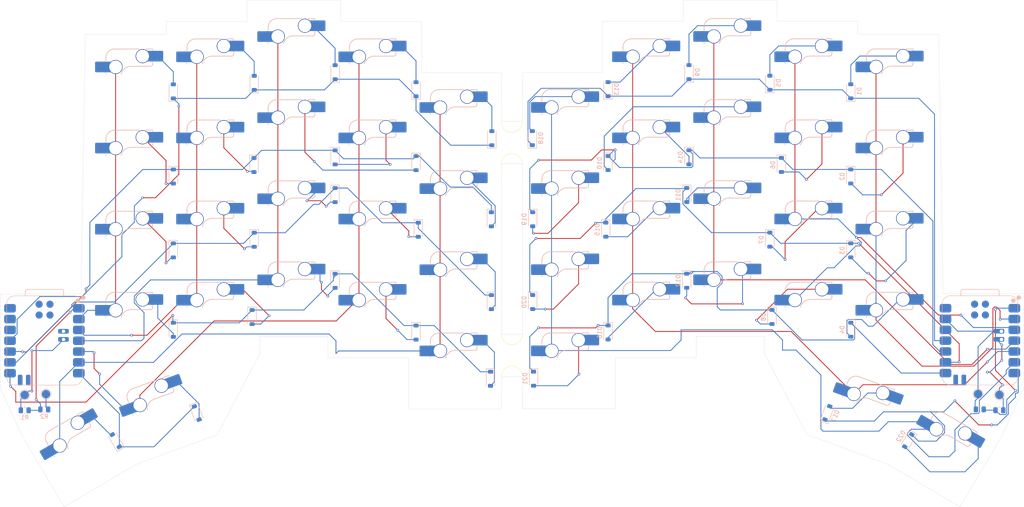
<source format=kicad_pcb>
(kicad_pcb (version 20241229) (generator "pcbnew") (generator_version "9.0")
  (layers (0 "F.Cu" signal) (2 "B.Cu" signal) (13 "F.Paste" user) (15 "B.Paste" user) (5 "F.SilkS" user "F.Silkscreen") (7 "B.SilkS" user "B.Silkscreen") (1 "F.Mask" user) (3 "B.Mask" user) (25 "Edge.Cuts" user))
  (net 0 "")
  (net 1 "VBAT")
  (net 2 "GND")
  (net 3 "BT_PIN")
  (net 12 "Net-(D1-A)")
  (net 13 "row01")
  (net 14 "row02")
  (net 15 "Net-(D2-A)")
  (net 16 "row03")
  (net 17 "Net-(D3-A)")
  (net 18 "row04")
  (net 19 "Net-(D4-A)")
  (net 20 "Net-(D5-A)")
  (net 21 "Net-(D6-A)")
  (net 22 "Net-(D7-A)")
  (net 23 "Net-(D8-A)")
  (net 24 "Net-(D9-A)")
  (net 25 "Net-(D10-A)")
  (net 26 "Net-(D11-A)")
  (net 27 "Net-(D12-A)")
  (net 28 "Net-(D13-A)")
  (net 29 "Net-(D14-A)")
  (net 30 "Net-(D15-A)")
  (net 31 "Net-(D16-A)")
  (net 32 "row05")
  (net 33 "Net-(D17-A)")
  (net 34 "Net-(D18-A)")
  (net 35 "Net-(D19-A)")
  (net 36 "Net-(D20-A)")
  (net 37 "Net-(D21-A)")
  (net 38 "Net-(D22-A)")
  (net 39 "col01")
  (net 40 "col02")
  (net 41 "col03")
  (net 42 "col04")
  (net 43 "col05")
  (footprint "Panelization.pretty-master:mouse-bite-5mm-slot" (layer "F.Cu") (at 159.687462 54.477455 90)
    (property "Reference" "mouse-bite-5mm-slot" (hide yes))
    (property "Value" "VAL**" (hide yes))
  )
  (footprint "Panelization.pretty-master:mouse-bite-5mm-slot" (layer "F.Cu") (at 159.717461 104.367455 90)
    (property "Reference" "mouse-bite-5mm-slot" (hide yes))
    (property "Value" "VAL**" (hide yes))
  )
  (footprint "OPL_Kicad_Library-master:XIAO-nRF52840-SMD" (layer "B.Cu") (at 49.896205 100.928705 180)
    (property "Reference" "U1" (hide yes))
    (property "Value" "XIAO-nRF52840-SMD" (hide yes))
  )
  (footprint "Diode_SMD:D_SOD-123" (layer "B.Cu") (at 154.896205 72.416205 -90)
    (property "Reference" "D19" (hide yes))
    (property "Value" "1N4148" (hide yes))
  )
  (footprint "Diode_SMD:D_SOD-123" (layer "B.Cu") (at 222.996205 59.646205 -90)
    (property "Reference" "D6")
    (property "Value" "1N4148")
  )
  (footprint "Diode_SMD:D_SOD-123" (layer "B.Cu") (at 154.996205 53.366205 90)
    (property "Reference" "D18" (hide yes))
    (property "Value" "1N4148" (hide yes))
  )
  (footprint "marbastlib-mx:SW_MX_HS_CPG151101S11_1u" (layer "B.Cu") (at 172.837455 105.846205 180)
    (property "Reference" "SW21" (hide yes))
    (property "Value" "SW_Push_45deg" (hide yes))
  )
  (footprint "Diode_SMD:D_SOD-123" (layer "B.Cu") (at 233.800176 117.886203 70)
    (property "Reference" "D17")
    (property "Value" "1N4148")
  )
  (footprint "Diode_SMD:D_SOD-123" (layer "B.Cu") (at 164.796205 109.846205 -90)
    (property "Reference" "D21")
    (property "Value" "1N4148")
  )
  (footprint "marbastlib-mx:SW_MX_HS_CPG151101S11_1u" (layer "B.Cu") (at 249.037455 96.304955 180)
    (property "Reference" "SW4" (hide yes))
    (property "Value" "SW_Push_45deg" (hide yes))
  )
  (footprint "marbastlib-mx:SW_MX_HS_CPG151101S11_1u" (layer "B.Cu") (at 89.504955 55.843705 180)
    (property "Reference" "SW6" (hide yes))
    (property "Value" "SW_Push_45deg" (hide yes))
  )
  (footprint "Diode_SMD:D_SOD-123" (layer "B.Cu") (at 201.296205 57.846205 -90)
    (property "Reference" "D14")
    (property "Value" "1N4148")
  )
  (footprint "marbastlib-mx:SW_MX_HS_CPG151101S11_1u" (layer "B.Cu") (at 146.654955 105.866205 180)
    (property "Reference" "SW21" (hide yes))
    (property "Value" "SW_Push_45deg" (hide yes))
  )
  (footprint "Resistor_SMD:R_0805_2012Metric" (layer "B.Cu") (at 274.196205 117.246205 180)
    (property "Reference" "R1" (hide yes))
    (property "Value" "806K" (hide yes))
  )
  (footprint "marbastlib-mx:SW_MX_HS_CPG151101S11_1u" (layer "B.Cu") (at 108.554955 32.031205 180)
    (property "Reference" "SW9" (hide yes))
    (property "Value" "SW_Push_45deg" (hide yes))
  )
  (footprint "Diode_SMD:D_SOD-123" (layer "B.Cu") (at 154.896205 91.866205 -90)
    (property "Reference" "D20" (hide yes))
    (property "Value" "1N4148" (hide yes))
  )
  (footprint "Diode_SMD:D_SOD-123" (layer "B.Cu") (at 239.296205 42.346205 90)
    (property "Reference" "D1")
    (property "Value" "1N4148")
  )
  (footprint "marbastlib-mx:SW_MX_HS_CPG151101S11_1u" (layer "B.Cu") (at 172.837455 67.729955 180)
    (property "Reference" "SW19" (hide yes))
    (property "Value" "SW_Push_45deg" (hide yes))
  )
  (footprint "Diode_SMD:D_SOD-123" (layer "B.Cu") (at 164.496205 53.346205 90)
    (property "Reference" "D18")
    (property "Value" "1N4148")
  )
  (footprint "marbastlib-mx:SW_MX_HS_CPG151101S11_1u" (layer "B.Cu") (at 89.504955 36.793705 180)
    (property "Reference" "SW5" (hide yes))
    (property "Value" "SW_Push_45deg" (hide yes))
  )
  (footprint "marbastlib-mx:SW_MX_HS_CPG151101S11_1u" (layer "B.Cu") (at 70.454955 39.174955 180)
    (property "Reference" "SW1" (hide yes))
    (property "Value" "SW_Push_45deg" (hide yes))
  )
  (footprint "Resistor_SMD:R_0805_2012Metric" (layer "B.Cu") (at 269.596205 117.046205 180)
    (property "Reference" "R2" (hide yes))
    (property "Value" "R" (hide yes))
  )
  (footprint "marbastlib-mx:SW_MX_HS_CPG151101S11_1u" (layer "B.Cu") (at 249.037455 58.204955 180)
    (property "Reference" "SW2" (hide yes))
    (property "Value" "SW_Push_45deg" (hide yes))
  )
  (footprint "OPL_Kicad_Library-master:XIAO-nRF52840-SMD" (layer "B.Cu") (at 269.596205 100.908705 180)
    (property "Reference" "U1" (hide yes))
    (property "Value" "XIAO-nRF52840-SMD" (hide yes))
  )
  (footprint "marbastlib-mx:SW_MX_HS_CPG151101S11_1u" (layer "B.Cu") (at 127.604955 74.893705 180)
    (property "Reference" "SW15" (hide yes))
    (property "Value" "SW_Push_45deg" (hide yes))
  )
  (footprint "marbastlib-mx:SW_MX_HS_CPG151101S11_1u" (layer "B.Cu") (at 108.554955 89.181205 180)
    (property "Reference" "SW12" (hide yes))
    (property "Value" "SW_Push_45deg" (hide yes))
  )
  (footprint "marbastlib-mx:SW_MX_HS_CPG151101S11_1u" (layer "B.Cu") (at 242.710175 117.116205 160)
    (property "Reference" "SW17" (hide yes))
    (property "Value" "SW_Push_45deg" (hide yes))
  )
  (footprint "marbastlib-mx:SW_MX_HS_CPG151101S11_1u" (layer "B.Cu") (at 89.504955 74.893705 180)
    (property "Reference" "SW7" (hide yes))
    (property "Value" "SW_Push_45deg" (hide yes))
  )
  (footprint "Diode_SMD:D_SOD-123" (layer "B.Cu") (at 80.196205 42.366205 90)
    (property "Reference" "D1" (hide yes))
    (property "Value" "1N4148" (hide yes))
  )
  (footprint "marbastlib-mx:SW_MX_HS_CPG151101S11_1u" (layer "B.Cu") (at 249.037455 77.254955 180)
    (property "Reference" "SW3" (hide yes))
    (property "Value" "SW_Push_45deg" (hide yes))
  )
  (footprint "Diode_SMD:D_SOD-123" (layer "B.Cu") (at 200.766205 66.706205 -90)
    (property "Reference" "D11")
    (property "Value" "1N4148")
  )
  (footprint "Diode_SMD:D_SOD-123" (layer "B.Cu") (at 164.596205 72.396205 -90)
    (property "Reference" "D19")
    (property "Value" "1N4148")
  )
  (footprint "marbastlib-mx:SW_MX_HS_CPG151101S11_1u" (layer "B.Cu") (at 229.987455 36.773705 180)
    (property "Reference" "SW5" (hide yes))
    (property "Value" "SW_Push_45deg" (hide yes))
  )
  (footprint "Diode_SMD:D_SOD-123" (layer "B.Cu") (at 80.196205 98.366205 -90)
    (property "Reference" "D4" (hide yes))
    (property "Value" "1N4148" (hide yes))
  )
  (footprint "Resistor_SMD:R_0805_2012Metric" (layer "B.Cu") (at 49.896205 117.066205)
    (property "Reference" "R2")
    (property "Value" "R")
  )
  (footprint "Diode_SMD:D_SOD-123" (layer "B.Cu") (at 98.696205 95.366205 -90)
    (property "Reference" "D8" (hide yes))
    (property "Value" "1N4148" (hide yes))
  )
  (footprint "Diode_SMD:D_SOD-123" (layer "B.Cu") (at 99.196205 40.366205 90)
    (property "Reference" "D5" (hide yes))
    (property "Value" "1N4148" (hide yes))
  )
  (footprint "marbastlib-mx:SW_MX_HS_CPG151101S11_1u" (layer "B.Cu") (at 210.937455 32.011205 180)
    (property "Reference" "SW9" (hide yes))
    (property "Value" "SW_Push_45deg" (hide yes))
  )
  (footprint "Diode_SMD:D_SOD-123" (layer "B.Cu") (at 220.796205 95.346205 -90)
    (property "Reference" "D8")
    (property "Value" "1N4148")
  )
  (footprint "marbastlib-mx:SW_MX_HS_CPG151101S11_1u" (layer "B.Cu") (at 229.987455 74.873705 180)
    (property "Reference" "SW7" (hide yes))
    (property "Value" "SW_Push_45deg" (hide yes))
  )
  (footprint "Diode_SMD:D_SOD-123" (layer "B.Cu") (at 118.187461 66.726205 -90)
    (property "Reference" "D11" (hide yes))
    (property "Value" "1N4148" (hide yes))
  )
  (footprint "marbastlib-mx:SW_MX_HS_CPG151101S11_1u" (layer "B.Cu") (at 191.887455 55.823705 180)
    (property "Reference" "SW14" (hide yes))
    (property "Value" "SW_Push_45deg" (hide yes))
  )
  (footprint "TestPoint:TestPoint_Pad_D2.0mm" (layer "B.Cu") (at 274.196205 113.646205 180)
    (property "Reference" "TP1" (hide yes))
    (property "Value" "TestPoint" (hide yes))
  )
  (footprint "marbastlib-mx:SW_MX_HS_CPG151101S11_1u" (layer "B.Cu") (at 89.504955 93.943705 180)
    (property "Reference" "SW8" (hide yes))
    (property "Value" "SW_Push_45deg" (hide yes))
  )
  (footprint "TestPoint:TestPoint_Pad_D2.0mm" (layer "B.Cu") (at 45.296205 113.666205 180)
    (property "Reference" "TP1" (hide yes))
    (property "Value" "TestPoint" (hide yes))
  )
  (footprint "marbastlib-mx:SW_MX_HS_CPG151101S11_1u" (layer "B.Cu") (at 146.654955 48.699955 180)
    (property "Reference" "SW18" (hide yes))
    (property "Value" "SW_Push_45deg" (hide yes))
  )
  (footprint "Diode_SMD:D_SOD-123" (layer "B.Cu") (at 99.196205 77.216205 -90)
    (property "Reference" "D7" (hide yes))
    (property "Value" "1N4148" (hide yes))
  )
  (footprint "marbastlib-mx:SW_MX_HS_CPG151101S11_1u" (layer "B.Cu") (at 191.887455 93.923705 180)
    (property "Reference" "SW16" (hide yes))
    (property "Value" "SW_Push_45deg" (hide yes))
  )
  (footprint "Diode_SMD:D_SOD-123" (layer "B.Cu") (at 220.296205 40.346205 90)
    (property "Reference" "D5")
    (property "Value" "1N4148")
  )
  (footprint "marbastlib-mx:SW_MX_HS_CPG151101S11_1u" (layer "B.Cu") (at 229.987455 93.923705 180)
    (property "Reference" "SW8" (hide yes))
    (property "Value" "SW_Push_45deg" (hide yes))
  )
  (footprint "Diode_SMD:D_SOD-123" (layer "B.Cu") (at 118.196205 57.866205 -90)
    (property "Reference" "D14" (hide yes))
    (property "Value" "1N4148" (hide yes))
  )
  (footprint "marbastlib-mx:SW_MX_HS_CPG151101S11_1u" (layer "B.Cu") (at 70.454955 77.274955 180)
    (property "Reference" "SW3" (hide yes))
    (property "Value" "SW_Push_45deg" (hide yes))
  )
  (footprint "Diode_SMD:D_SOD-123" (layer "B.Cu") (at 99.137461 59.666205 -90)
    (property "Reference" "D6" (hide yes))
    (property "Value" "1N4148" (hide yes))
  )
  (footprint "Diode_SMD:D_SOD-123" (layer "B.Cu") (at 66.692238 124.406202 120)
    (property "Reference" "D22" (hide yes))
    (property "Value" "1N4148" (hide yes))
  )
  (footprint "Diode_SMD:D_SOD-123" (layer "B.Cu") (at 118.187461 86.866205 -90)
    (property "Reference" "D12" (hide yes))
    (property "Value" "1N4148" (hide yes))
  )
  (footprint "marbastlib-mx:SW_MX_HS_CPG151101S11_1u" (layer "B.Cu") (at 172.837455 86.779955 180)
    (property "Reference" "SW20" (hide yes))
    (property "Value" "SW_Push_45deg" (hide yes))
  )
  (footprint "marbastlib-mx:SW_MX_HS_CPG151101S11_1u" (layer "B.Cu") (at 127.604955 55.843705 180)
    (property "Reference" "SW14" (hide yes))
    (property "Value" "SW_Push_45deg" (hide yes))
  )
  (footprint "marbastlib-mx:SW_MX_HS_CPG151101S11_1u" (layer "B.Cu") (at 172.837455 48.679955 180)
    (property "Reference" "SW18" (hide yes))
    (property "Value" "SW_Push_45deg" (hide yes))
  )
  (footprint "marbastlib-mx:SW_MX_HS_CPG151101S11_1u" (layer "B.Cu") (at 191.887455 36.773705 180)
    (property "Reference" "SW13" (hide yes))
    (property "Value" "SW_Push_45deg" (hide yes))
  )
  (footprint "Diode_SMD:D_SOD-123" (layer "B.Cu") (at 137.196205 41.866205 90)
    (property "Reference" "D13" (hide yes))
    (property "Value" "1N4148" (hide yes))
  )
  (footprint "TestPoint:TestPoint_Pad_D2.0mm" (layer "B.Cu") (at 269.196205 113.446205 180)
    (property "Reference" "TP2" (hide yes))
    (property "Value" "TestPoint" (hide yes))
  )
  (footprint "Diode_SMD:D_SOD-123" (layer "B.Cu") (at 80.196205 79.716205 -90)
    (property "Reference" "D3" (hide yes))
    (property "Value" "1N4148" (hide yes))
  )
  (footprint "marbastlib-mx:SW_MX_HS_CPG151101S11_1u" (layer "B.Cu") (at 261.410167 125.826207 150)
    (property "Reference" "SW22" (hide yes))
    (property "Value" "SW_Push_45deg" (hide yes))
  )
  (footprint "Diode_SMD:D_SOD-123" (layer "B.Cu") (at 154.696205 109.866205 -90)
    (property "Reference" "D21" (hide yes))
    (property "Value" "1N4148" (hide yes))
  )
  (footprint "Diode_SMD:D_SOD-123" (layer "B.Cu") (at 239.296205 98.346205 -90)
    (property "Reference" "D4")
    (property "Value" "1N4148")
  )
  (footprint "marbastlib-mx:SW_MX_HS_CPG151101S11_1u" (layer "B.Cu") (at 76.782235 117.136205 -160)
    (property "Reference" "SW17" (hide yes))
    (property "Value" "SW_Push_45deg" (hide yes))
  )
  (footprint "marbastlib-mx:SW_MX_HS_CPG151101S11_1u" (layer "B.Cu") (at 210.937455 70.111205 180)
    (property "Reference" "SW11" (hide yes))
    (property "Value" "SW_Push_45deg" (hide yes))
  )
  (footprint "Diode_SMD:D_SOD-123" (layer "B.Cu") (at 220.296205 77.196205 -90)
    (property "Reference" "D7")
    (property "Value" "1N4148")
  )
  (footprint "marbastlib-mx:SW_MX_HS_CPG151101S11_1u" (layer "B.Cu") (at 210.937455 89.161205 180)
    (property "Reference" "SW12" (hide yes))
    (property "Value" "SW_Push_45deg" (hide yes))
  )
  (footprint "TestPoint:TestPoint_Pad_D2.0mm" (layer "B.Cu") (at 50.296205 113.466205 180)
    (property "Reference" "TP2" (hide yes))
    (property "Value" "TestPoint" (hide yes))
  )
  (footprint "marbastlib-mx:SW_MX_HS_CPG151101S11_1u" (layer "B.Cu") (at 108.554955 51.081205 180)
    (property "Reference" "SW10" (hide yes))
    (property "Value" "SW_Push_45deg" (hide yes))
  )
  (footprint "Diode_SMD:D_SOD-123" (layer "B.Cu") (at 80.196205 62.366205 -90)
    (property "Reference" "D2" (hide yes))
    (property "Value" "1N4148" (hide yes))
  )
  (footprint "marbastlib-mx:SW_MX_HS_CPG151101S11_1u" (layer "B.Cu") (at 127.604955 36.793705 180)
    (property "Reference" "SW13" (hide yes))
    (property "Value" "SW_Push_45deg" (hide yes))
  )
  (footprint "Diode_SMD:D_SOD-123" (layer "B.Cu") (at 239.296205 62.346205 -90)
    (property "Reference" "D2")
    (property "Value" "1N4148")
  )
  (footprint "Diode_SMD:D_SOD-123" (layer "B.Cu") (at 182.296205 59.196205 -90)
    (property "Reference" "D10")
    (property "Value" "1N4148")
  )
  (footprint "Diode_SMD:D_SOD-123" (layer "B.Cu") (at 181.766205 74.846205 -90)
    (property "Reference" "D15")
    (property "Value" "1N4148")
  )
  (footprint "Diode_SMD:D_SOD-123" (layer "B.Cu") (at 182.296205 98.996205 -90)
    (property "Reference" "D16")
    (property "Value" "1N4148")
  )
  (footprint "marbastlib-mx:SW_MX_HS_CPG151101S11_1u" (layer "B.Cu") (at 191.887455 74.873705 180)
    (property "Reference" "SW15" (hide yes))
    (property "Value" "SW_Push_45deg" (hide yes))
  )
  (footprint "Diode_SMD:D_SOD-123" (layer "B.Cu") (at 137.196205 99.016205 -90)
    (property "Reference" "D16" (hide yes))
    (property "Value" "1N4148" (hide yes))
  )
  (footprint "marbastlib-mx:SW_MX_HS_CPG151101S11_1u" (layer "B.Cu") (at 108.554955 70.131205 180)
    (property "Reference" "SW11" (hide yes))
    (property "Value" "SW_Push_45deg" (hide yes))
  )
  (footprint "marbastlib-mx:SW_MX_HS_CPG151101S11_1u" (layer "B.Cu") (at 210.937455 51.061205 180)
    (property "Reference" "SW10" (hide yes))
    (property "Value" "SW_Push_45deg" (hide yes))
  )
  (footprint "Resistor_SMD:R_0805_2012Metric" (layer "B.Cu") (at 45.296205 117.266205)
    (property "Reference" "R1")
    (property "Value" "806K")
  )
  (footprint "Diode_SMD:D_SOD-123" (layer "B.Cu") (at 137.196205 59.216205 -90)
    (property "Reference" "D10" (hide yes))
    (property "Value" "1N4148" (hide yes))
  )
  (footprint "marbastlib-mx:SW_MX_HS_CPG151101S11_1u" (layer "B.Cu") (at 58.082243 125.846207 -150)
    (property "Reference" "SW22" (hide yes))
    (property "Value" "SW_Push_45deg" (hide yes))
  )
  (footprint "Diode_SMD:D_SOD-123" (layer "B.Cu") (at 252.800172 124.386202 -120)
    (property "Reference" "D22")
    (property "Value" "1N4148")
  )
  (footprint "marbastlib-mx:SW_MX_HS_CPG151101S11_1u" (layer "B.Cu") (at 70.454955 58.224955 180)
    (property "Reference" "SW2" (hide yes))
    (property "Value" "SW_Push_45deg" (hide yes))
  )
  (footprint "marbastlib-mx:SW_MX_HS_CPG151101S11_1u" (layer "B.Cu") (at 127.604955 93.943705 180)
    (property "Reference" "SW16" (hide yes))
    (property "Value" "SW_Push_45deg" (hide yes))
  )
  (footprint "marbastlib-mx:SW_MX_HS_CPG151101S11_1u" (layer "B.Cu") (at 146.654955 86.799955 180)
    (property "Reference" "SW20" (hide yes))
    (property "Value" "SW_Push_45deg" (hide yes))
  )
  (footprint "marbastlib-mx:SW_MX_HS_CPG151101S11_1u" (layer "B.Cu") (at 70.454955 96.324955 180)
    (property "Reference" "SW4" (hide yes))
    (property "Value" "SW_Push_45deg" (hide yes))
  )
  (footprint "Diode_SMD:D_SOD-123" (layer "B.Cu") (at 182.296205 41.846205 90)
    (property "Reference" "D13")
    (property "Value" "1N4148")
  )
  (footprint "marbastlib-mx:SW_MX_HS_CPG151101S11_1u" (layer "B.Cu") (at 249.037455 39.154955 180)
    (property "Reference" "SW1" (hide yes))
    (property "Value" "SW_Push_45deg" (hide yes))
  )
  (footprint "Diode_SMD:D_SOD-123" (layer "B.Cu") (at 239.296205 79.696205 -90)
    (property "Reference" "D3")
    (property "Value" "1N4148")
  )
  (footprint "Diode_SMD:D_SOD-123" (layer "B.Cu") (at 118.196205 37.866205 90)
    (property "Reference" "D9" (hide yes))
    (property "Value" "1N4148" (hide yes))
  )
  (footprint "Diode_SMD:D_SOD-123" (layer "B.Cu") (at 85.692234 117.906203 -70)
    (property "Reference" "D17" (hide yes))
    (property "Value" "1N4148" (hide yes))
  )
  (footprint "marbastlib-mx:SW_MX_HS_CPG151101S11_1u" (layer "B.Cu") (at 229.987455 55.823705 180)
    (property "Reference" "SW6" (hide yes))
    (property "Value" "SW_Push_45deg" (hide yes))
  )
  (footprint "marbastlib-mx:SW_MX_HS_CPG151101S11_1u" (layer "B.Cu") (at 146.654955 67.749955 180)
    (property "Reference" "SW19" (hide yes))
    (property "Value" "SW_Push_45deg" (hide yes))
  )
  (footprint "Diode_SMD:D_SOD-123" (layer "B.Cu") (at 137.726205 74.866205 -90)
    (property "Reference" "D15" (hide yes))
    (property "Value" "1N4148" (hide yes))
  )
  (footprint "Diode_SMD:D_SOD-123" (layer "B.Cu") (at 201.296205 37.846205 90)
    (property "Reference" "D9")
    (property "Value" "1N4148")
  )
  (footprint "Diode_SMD:D_SOD-123" (layer "B.Cu") (at 164.596205 91.846205 -90)
    (property "Reference" "D20")
    (property "Value" "1N4148")
  )
  (footprint "Diode_SMD:D_SOD-123" (layer "B.Cu") (at 200.766205 86.846205 -90)
    (property "Reference" "D12")
    (property "Value" "1N4148")
  )
  (gr_line (start 100.516205 99.953795) (end 100.516205 103.953795) (stroke (width 0.05)) (layer "Edge.Cuts"))
  (gr_line (start 157.277461 59.387455) (end 162.197461 59.387455) (stroke (width 0.05)) (layer "Edge.Cuts"))
  (gr_line (start 78.516205 25.953795) (end 97.516205 25.953795) (stroke (width 0.05)) (layer "Edge.Cuts"))
  (gr_line (start 279.976205 89.933795) (end 260.976205 89.933795) (stroke (width 0.05)) (layer "Edge.Cuts"))
  (gr_line (start 279.976205 111.933795) (end 279.976205 89.933795) (stroke (width 0.05)) (layer "Edge.Cuts"))
  (gr_line (start 240.976205 25.933795) (end 221.976205 25.933795) (stroke (width 0.05)) (layer "Edge.Cuts"))
  (gr_line (start 162.246205 37.933795) (end 162.207461 49.377455) (stroke (width 0.05)) (layer "Edge.Cuts"))
  (gr_line (start 157.277461 59.387455) (end 157.297462 99.419457) (stroke (width 0.05)) (layer "Edge.Cuts"))
  (gr_line (start 180.976205 37.933795) (end 162.246205 37.933795) (stroke (width 0.05)) (layer "Edge.Cuts"))
  (gr_line (start 78.516205 28.953795) (end 78.516205 25.953795) (stroke (width 0.05)) (layer "Edge.Cuts"))
  (gr_line (start 199.976205 20.933795) (end 199.976205 25.933795) (stroke (width 0.05)) (layer "Edge.Cuts"))
  (gr_line (start 221.976205 25.933795) (end 221.976205 20.933795) (stroke (width 0.05)) (layer "Edge.Cuts"))
  (gr_line (start 228.976205 122.933795) (end 218.976205 103.933795) (stroke (width 0.05)) (layer "Edge.Cuts"))
  (gr_line (start 202.976205 104.933795) (end 183.976205 104.933795) (stroke (width 0.05)) (layer "Edge.Cuts"))
  (gr_line (start 199.976205 25.933795) (end 180.976205 25.933795) (stroke (width 0.05)) (layer "Edge.Cuts"))
  (gr_line (start 54.516205 139.953795) (end 71.516205 129.953795) (stroke (width 0.05)) (layer "Edge.Cuts"))
  (gr_line (start 162.217461 99.417455) (end 162.197461 59.387455) (stroke (width 0.05)) (layer "Edge.Cuts"))
  (gr_line (start 135.516205 116.953795) (end 157.246205 116.953795) (stroke (width 0.05)) (layer "Edge.Cuts"))
  (gr_line (start 157.246205 116.953795) (end 157.287461 109.427455) (stroke (width 0.05)) (layer "Edge.Cuts"))
  (gr_line (start 71.516205 129.953795) (end 90.516205 122.953795) (stroke (width 0.05)) (layer "Edge.Cuts"))
  (gr_line (start 218.976205 99.933795) (end 202.976205 99.933795) (stroke (width 0.05)) (layer "Edge.Cuts"))
  (gr_line (start 260.976205 89.933795) (end 259.976205 28.933795) (stroke (width 0.05)) (layer "Edge.Cuts"))
  (gr_line (start 100.516205 99.953795) (end 116.516205 99.953795) (stroke (width 0.05)) (layer "Edge.Cuts"))
  (gr_line (start 90.516205 122.953795) (end 100.516205 103.953795) (stroke (width 0.05)) (layer "Edge.Cuts"))
  (gr_line (start 97.516205 25.953795) (end 97.516205 20.953795) (stroke (width 0.05)) (layer "Edge.Cuts"))
  (gr_line (start 240.976205 28.933795) (end 240.976205 25.933795) (stroke (width 0.05)) (layer "Edge.Cuts"))
  (gr_line (start 59.516205 28.953795) (end 78.516205 28.953795) (stroke (width 0.05)) (layer "Edge.Cuts"))
  (gr_line (start 39.516205 111.953795) (end 39.516205 89.953795) (stroke (width 0.05)) (layer "Edge.Cuts"))
  (gr_line (start 247.976205 129.933795) (end 228.976205 122.933795) (stroke (width 0.05)) (layer "Edge.Cuts"))
  (gr_line (start 44.516205 122.953795) (end 39.516205 111.953795) (stroke (width 0.05)) (layer "Edge.Cuts"))
  (gr_line (start 138.516205 37.953795) (end 157.246205 37.953795) (stroke (width 0.05)) (layer "Edge.Cuts"))
  (gr_line (start 54.516205 139.953795) (end 44.516205 122.953795) (stroke (width 0.05)) (layer "Edge.Cuts"))
  (gr_line (start 264.976205 139.933795) (end 274.976205 122.933795) (stroke (width 0.05)) (layer "Edge.Cuts"))
  (gr_line (start 116.516205 104.953795) (end 135.516205 104.953795) (stroke (width 0.05)) (layer "Edge.Cuts"))
  (gr_line (start 162.207461 109.427455) (end 157.287461 109.427455) (stroke (width 0.05)) (layer "Edge.Cuts"))
  (gr_line (start 58.516205 89.953795) (end 59.516205 28.953795) (stroke (width 0.05)) (layer "Edge.Cuts"))
  (gr_line (start 97.516205 20.953795) (end 119.516205 20.953795) (stroke (width 0.05)) (layer "Edge.Cuts"))
  (gr_line (start 116.516205 99.953795) (end 116.516205 104.953795) (stroke (width 0.05)) (layer "Edge.Cuts"))
  (gr_line (start 135.516205 104.953795) (end 135.516205 116.953795) (stroke (width 0.05)) (layer "Edge.Cuts"))
  (gr_line (start 259.976205 28.933795) (end 240.976205 28.933795) (stroke (width 0.05)) (layer "Edge.Cuts"))
  (gr_line (start 180.976205 25.933795) (end 180.976205 37.933795) (stroke (width 0.05)) (layer "Edge.Cuts"))
  (gr_line (start 221.976205 20.933795) (end 199.976205 20.933795) (stroke (width 0.05)) (layer "Edge.Cuts"))
  (gr_line (start 119.516205 20.953795) (end 119.516205 25.953795) (stroke (width 0.05)) (layer "Edge.Cuts"))
  (gr_line (start 138.516205 25.953795) (end 138.516205 37.953795) (stroke (width 0.05)) (layer "Edge.Cuts"))
  (gr_line (start 119.516205 25.953795) (end 138.516205 25.953795) (stroke (width 0.05)) (layer "Edge.Cuts"))
  (gr_line (start 264.976205 139.933795) (end 247.976205 129.933795) (stroke (width 0.05)) (layer "Edge.Cuts"))
  (gr_line (start 162.246205 116.933795) (end 162.207461 109.427455) (stroke (width 0.05)) (layer "Edge.Cuts"))
  (gr_line (start 157.287461 49.377455) (end 157.246205 37.953795) (stroke (width 0.05)) (layer "Edge.Cuts"))
  (gr_line (start 218.976205 99.933795) (end 218.976205 103.933795) (stroke (width 0.05)) (layer "Edge.Cuts"))
  (gr_line (start 183.976205 104.933795) (end 183.976205 116.933795) (stroke (width 0.05)) (layer "Edge.Cuts"))
  (gr_line (start 202.976205 99.933795) (end 202.976205 104.933795) (stroke (width 0.05)) (layer "Edge.Cuts"))
  (gr_line (start 274.976205 122.933795) (end 279.976205 111.933795) (stroke (width 0.05)) (layer "Edge.Cuts"))
  (gr_line (start 39.516205 89.953795) (end 58.516205 89.953795) (stroke (width 0.05)) (layer "Edge.Cuts"))
  (gr_line (start 157.297462 99.419457) (end 162.217461 99.417455) (stroke (width 0.05)) (layer "Edge.Cuts"))
  (gr_line (start 183.976205 116.933795) (end 162.246205 116.933795) (stroke (width 0.05)) (layer "Edge.Cuts"))
  (gr_line (start 157.287461 49.377455) (end 162.207461 49.377455) (stroke (width 0.05)) (layer "Edge.Cuts"))
  (segment (start 271.966205 108.306205) (end 271.366205 108.306205) (width 0.2) (layer "F.Cu") (net 1))
  (segment (start 274.966205 111.306205) (end 271.966205 108.306205) (width 0.2) (layer "F.Cu") (net 1))
  (segment (start 274.766205 105.506205) (end 274.766205 101.906205) (width 0.2) (layer "F.Cu") (net 1))
  (segment (start 46.987461 103.247455) (end 46.987461 112.747455) (width 0.2) (layer "F.Cu") (net 1))
  (via (at 274.687461 100.637455) (size 1.1) (drill 0.8) (layers "F.Cu" "B.Cu") (net 1))
  (via (at 46.987461 112.747455) (size 0.6) (drill 0.3) (layers "F.Cu" "B.Cu") (net 1))
  (via (at 274.966205 111.306205) (size 0.6) (drill 0.3) (layers "F.Cu" "B.Cu") (net 1))
  (via (at 271.366205 108.306205) (size 0.6) (drill 0.3) (layers "F.Cu" "B.Cu") (net 1))
  (via (at 46.987461 103.247455) (size 0.6) (drill 0.3) (layers "F.Cu" "B.Cu") (net 1))
  (via (at 54.407461 100.637455) (size 1.1) (drill 0.8) (layers "F.Cu" "B.Cu") (net 1))
  (via (at 274.766205 101.906205) (size 0.6) (drill 0.3) (layers "F.Cu" "B.Cu") (net 1))
  (via (at 274.766205 105.506205) (size 0.6) (drill 0.3) (layers "F.Cu" "B.Cu") (net 1))
  (segment (start 271.366205 108.306205) (end 271.966205 108.306205) (width 0.2) (layer "B.Cu") (net 1))
  (segment (start 51.797461 103.247455) (end 54.407461 100.637455) (width 0.2) (layer "B.Cu") (net 1))
  (segment (start 46.987461 103.247455) (end 51.797461 103.247455) (width 0.2) (layer "B.Cu") (net 1))
  (segment (start 274.196205 112.076205) (end 274.966205 111.306205) (width 0.2) (layer "B.Cu") (net 1))
  (segment (start 274.096205 100.595205) (end 274.096205 101.236205) (width 0.2) (layer "B.Cu") (net 1))
  (segment (start 275.108703 117.246206) (end 275.108703 114.558703) (width 0.2) (layer "B.Cu") (net 1))
  (segment (start 46.214955 112.747455) (end 45.296205 113.666205) (width 0.2) (layer "B.Cu") (net 1))
  (segment (start 275.108703 114.558703) (end 274.196205 113.646205) (width 0.2) (layer "B.Cu") (net 1))
  (segment (start 274.196205 113.646205) (end 274.196205 112.076205) (width 0.2) (layer "B.Cu") (net 1))
  (segment (start 44.383706 117.266205) (end 44.383706 114.578704) (width 0.2) (layer "B.Cu") (net 1))
  (segment (start 274.096205 101.236205) (end 274.766205 101.906205) (width 0.2) (layer "B.Cu") (net 1))
  (segment (start 271.966205 108.306205) (end 274.766205 105.506205) (width 0.2) (layer "B.Cu") (net 1))
  (segment (start 46.987461 112.747455) (end 46.214955 112.747455) (width 0.2) (layer "B.Cu") (net 1))
  (segment (start 44.383706 114.578704) (end 45.296205 113.666205) (width 0.2) (layer "B.Cu") (net 1))
  (via (at 274.676205 98.710205) (size 1.1) (drill 0.8) (layers "F.Cu" "B.Cu") (net 2))
  (via (at 54.396205 98.710205) (size 1.1) (drill 0.8) (layers "F.Cu" "B.Cu") (net 2))
  (segment (start 274.096205 98.690205) (end 272.846205 98.690205) (width 0.2) (layer "B.Cu") (net 2))
  (segment (start 269.196205 113.446205) (end 269.196205 114.351205) (width 0.2) (layer "B.Cu") (net 2))
  (segment (start 50.296205 116.553708) (end 50.808703 117.066206) (width 0.2) (layer "B.Cu") (net 2))
  (segment (start 272.846205 98.690205) (end 269.196205 102.340205) (width 0.2) (layer "B.Cu") (net 2))
  (segment (start 261.541205 95.828705) (end 264.402705 98.690205) (width 0.2) (layer "B.Cu") (net 2))
  (segment (start 264.402705 98.690205) (end 274.096205 98.690205) (width 0.2) (layer "B.Cu") (net 2))
  (segment (start 50.296205 113.466205) (end 50.296205 116.553708) (width 0.2) (layer "B.Cu") (net 2))
  (segment (start 269.196205 102.340205) (end 269.196205 113.446205) (width 0.2) (layer "B.Cu") (net 2))
  (segment (start 268.509955 116.872454) (end 268.683707 117.046206) (width 0.2) (layer "B.Cu") (net 2))
  (segment (start 268.509955 115.037455) (end 268.509955 116.872454) (width 0.2) (layer "B.Cu") (net 2))
  (segment (start 269.196205 114.351205) (end 268.509955 115.037455) (width 0.2) (layer "B.Cu") (net 2))
  (segment (start 278.034955 112.656205) (end 273.272455 107.893705) (width 0.2) (layer "F.Cu") (net 3))
  (segment (start 47.987461 114.747455) (end 47.987461 102.181011) (width 0.2) (layer "F.Cu") (net 3))
  (segment (start 273.272455 107.893705) (end 273.272455 93.606205) (width 0.2) (layer "F.Cu") (net 3))
  (segment (start 47.987461 102.181011) (end 55.954239 94.214233) (width 0.2) (layer "F.Cu") (net 3))
  (via (at 278.034955 112.656205) (size 0.6) (drill 0.3) (layers "F.Cu" "B.Cu") (net 3))
  (via (at 55.954239 94.214233) (size 0.6) (drill 0.3) (layers "F.Cu" "B.Cu") (net 3))
  (via (at 273.272455 93.606205) (size 0.6) (drill 0.3) (layers "F.Cu" "B.Cu") (net 3))
  (via (at 47.987461 114.747455) (size 0.6) (drill 0.3) (layers "F.Cu" "B.Cu") (net 3))
  (segment (start 273.283707 117.246204) (end 270.708703 117.246204) (width 0.2) (layer "B.Cu") (net 3))
  (segment (start 56.859767 93.308705) (end 58.006205 93.308705) (width 0.2) (layer "B.Cu") (net 3))
  (segment (start 46.208704 117.266205) (end 48.783706 117.266205) (width 0.2) (layer "B.Cu") (net 3))
  (segment (start 273.283707 117.246204) (end 274.284709 118.247206) (width 0.2) (layer "B.Cu") (net 3))
  (segment (start 275.922203 114.768957) (end 278.034955 112.656205) (width 0.2) (layer "B.Cu") (net 3))
  (segment (start 274.284709 118.247206) (end 275.606363 118.247206) (width 0.2) (layer "B.Cu") (net 3))
  (segment (start 275.606363 118.247206) (end 275.922203 117.931366) (width 0.2) (layer "B.Cu") (net 3))
  (segment (start 273.272455 93.606205) (end 273.589955 93.288705) (width 0.2) (layer "B.Cu") (net 3))
  (segment (start 273.589955 93.288705) (end 277.706205 93.288705) (width 0.2) (layer "B.Cu") (net 3))
  (segment (start 48.783706 117.266205) (end 48.983707 117.066204) (width 0.2) (layer "B.Cu") (net 3))
  (segment (start 55.954239 94.214233) (end 56.859767 93.308705) (width 0.2) (layer "B.Cu") (net 3))
  (segment (start 48.983707 115.743701) (end 47.987461 114.747455) (width 0.2) (layer "B.Cu") (net 3))
  (segment (start 275.922203 117.931366) (end 275.922203 114.768957) (width 0.2) (layer "B.Cu") (net 3))
  (segment (start 48.983707 117.066204) (end 48.983707 115.743701) (width 0.2) (layer "B.Cu") (net 3))
  (segment (start 270.708703 117.246204) (end 270.508703 117.046204) (width 0.2) (layer "B.Cu") (net 3))
  (segment (start 239.296208 36.185042) (end 241.406295 34.074955) (width 0.2) (layer "B.Cu") (net 12))
  (segment (start 241.406295 34.074955) (end 251.577455 34.074955) (width 0.2) (layer "B.Cu") (net 12))
  (segment (start 80.196205 37.746205) (end 76.544955 34.094955) (width 0.2) (layer "B.Cu") (net 12))
  (segment (start 239.296208 40.696205) (end 239.296208 36.185042) (width 0.2) (layer "B.Cu") (net 12))
  (segment (start 80.196205 40.716205) (end 80.196205 37.746205) (width 0.2) (layer "B.Cu") (net 12))
  (segment (start 76.006154 67.347455) (end 81.487461 61.866148) (width 0.2) (layer "F.Cu") (net 13))
  (segment (start 72.987461 67.347455) (end 76.006154 67.347455) (width 0.2) (layer "F.Cu") (net 13))
  (segment (start 81.487461 61.866148) (end 81.487461 45.847455) (width 0.2) (layer "F.Cu") (net 13))
  (via (at 72.987461 67.347455) (size 0.6) (drill 0.3) (layers "F.Cu" "B.Cu") (net 13))
  (via (at 81.487461 45.847455) (size 0.6) (drill 0.3) (layers "F.Cu" "B.Cu") (net 13))
  (segment (start 166.590195 41.648955) (end 180.448955 41.648955) (width 0.2) (layer "B.Cu") (net 13))
  (segment (start 163.500455 54.000455) (end 163.500455 44.738695) (width 0.2) (layer "B.Cu") (net 13))
  (segment (start 259.161205 100.906205) (end 259.163705 100.908705) (width 0.2) (layer "B.Cu") (net 13))
  (segment (start 41.841205 100.928705) (end 43.517205 99.252705) (width 0.2) (layer "B.Cu") (net 13))
  (segment (start 258.966205 47.706205) (end 258.966205 100.906205) (width 0.2) (layer "B.Cu") (net 13))
  (segment (start 180.448955 41.648955) (end 182.296205 43.496205) (width 0.2) (layer "B.Cu") (net 13))
  (segment (start 163.500455 44.738695) (end 166.590195 41.648955) (width 0.2) (layer "B.Cu") (net 13))
  (segment (start 258.966205 100.906205) (end 259.161205 100.906205) (width 0.2) (layer "B.Cu") (net 13))
  (segment (start 97.196205 44.016205) (end 99.196205 42.016205) (width 0.2) (layer "B.Cu") (net 13))
  (segment (start 81.487461 45.847455) (end 81.487461 45.307461) (width 0.2) (layer "B.Cu") (net 13))
  (segment (start 68.110055 76.028986) (end 71.043955 73.095086) (width 0.2) (layer "B.Cu") (net 13))
  (segment (start 81.487461 45.307461) (end 80.196205 44.016205) (width 0.2) (layer "B.Cu") (net 13))
  (segment (start 201.296205 39.496205) (end 217.796205 39.496205) (width 0.2) (layer "B.Cu") (net 13))
  (segment (start 237.296202 41.996205) (end 239.296202 43.996205) (width 0.2) (layer "B.Cu") (net 13))
  (segment (start 115.696205 42.016205) (end 118.196205 39.516205) (width 0.2) (layer "B.Cu") (net 13))
  (segment (start 43.517205 99.252705) (end 43.517205 95.896445) (width 0.2) (layer "B.Cu") (net 13))
  (segment (start 255.256205 43.996205) (end 258.966205 47.706205) (width 0.2) (layer "B.Cu") (net 13))
  (segment (start 164.496205 54.996205) (end 163.500455 54.000455) (width 0.2) (layer "B.Cu") (net 13))
  (segment (start 99.196205 42.016205) (end 115.696205 42.016205) (width 0.2) (layer "B.Cu") (net 13))
  (segment (start 137.196205 43.516205) (end 137.196205 46.872365) (width 0.2) (layer "B.Cu") (net 13))
  (segment (start 137.196205 46.872365) (end 145.340045 55.016205) (width 0.2) (layer "B.Cu") (net 13))
  (segment (start 217.796205 39.496205) (end 220.296205 41.996205) (width 0.2) (layer "B.Cu") (net 13))
  (segment (start 239.296202 43.996205) (end 255.256205 43.996205) (width 0.2) (layer "B.Cu") (net 13))
  (segment (start 118.196205 39.516205) (end 133.196205 39.516205) (width 0.2) (layer "B.Cu") (net 13))
  (segment (start 133.196205 39.516205) (end 137.196205 43.516205) (width 0.2) (layer "B.Cu") (net 13))
  (segment (start 48.854856 90.558794) (end 58.761148 90.558794) (width 0.2) (layer "B.Cu") (net 13))
  (segment (start 71.043955 69.290961) (end 72.987461 67.347455) (width 0.2) (layer "B.Cu") (net 13))
  (segment (start 220.296205 41.996205) (end 237.296202 41.996205) (width 0.2) (layer "B.Cu") (net 13))
  (segment (start 71.043955 73.095086) (end 71.043955 69.290961) (width 0.2) (layer "B.Cu") (net 13))
  (segment (start 58.761148 90.558794) (end 68.110055 81.209887) (width 0.2) (layer "B.Cu") (net 13))
  (segment (start 259.163705 100.908705) (end 261.541205 100.908705) (width 0.2) (layer "B.Cu") (net 13))
  (segment (start 68.110055 81.209887) (end 68.110055 76.028986) (width 0.2) (layer "B.Cu") (net 13))
  (segment (start 182.296205 43.496205) (end 197.296205 43.496205) (width 0.2) (layer "B.Cu") (net 13))
  (segment (start 80.196205 44.016205) (end 97.196205 44.016205) (width 0.2) (layer "B.Cu") (net 13))
  (segment (start 197.296205 43.496205) (end 201.296205 39.496205) (width 0.2) (layer "B.Cu") (net 13))
  (segment (start 43.517205 95.896445) (end 48.854856 90.558794) (width 0.2) (layer "B.Cu") (net 13))
  (segment (start 145.340045 55.016205) (end 154.996205 55.016205) (width 0.2) (layer "B.Cu") (net 13))
  (segment (start 59.687461 88.747455) (end 59.687461 89.632481) (width 0.2) (layer "F.Cu") (net 14))
  (segment (start 178.366205 58.506205) (end 180.766205 56.106205) (width 0.2) (layer "F.Cu") (net 14))
  (segment (start 59.687461 89.632481) (end 45.772487 103.547455) (width 0.2) (layer "F.Cu") (net 14))
  (segment (start 165.966205 58.506205) (end 178.366205 58.506205) (width 0.2) (layer "F.Cu") (net 14))
  (segment (start 45.772487 103.547455) (end 44.787461 103.547455) (width 0.2) (layer "F.Cu") (net 14))
  (segment (start 180.766205 56.106205) (end 183.966205 56.106205) (width 0.2) (layer "F.Cu") (net 14))
  (via (at 44.787461 103.547455) (size 0.6) (drill 0.3) (layers "F.Cu" "B.Cu") (net 14))
  (via (at 165.966205 58.506205) (size 0.6) (drill 0.3) (layers "F.Cu" "B.Cu") (net 14))
  (via (at 183.966205 56.106205) (size 0.6) (drill 0.3) (layers "F.Cu" "B.Cu") (net 14))
  (via (at 59.687461 88.747455) (size 0.6) (drill 0.3) (layers "F.Cu" "B.Cu") (net 14))
  (segment (start 60.587461 73.147455) (end 60.587461 87.847455) (width 0.2) (layer "B.Cu") (net 14))
  (segment (start 100.937461 56.216205) (end 99.137461 58.016205) (width 0.2) (layer "B.Cu") (net 14))
  (segment (start 80.196205 60.716205) (end 73.018711 60.716205) (width 0.2) (layer "B.Cu") (net 14))
  (segment (start 44.787461 103.547455) (end 44.708711 103.468705) (width 0.2) (layer "B.Cu") (net 14))
  (segment (start 118.196205 56.216205) (end 100.937461 56.216205) (width 0.2) (layer "B.Cu") (net 14))
  (segment (start 225.696205 60.696205) (end 239.296205 60.696205) (width 0.2) (layer "B.Cu") (net 14))
  (segment (start 184.997205 60.247205) (end 201.895315 60.247205) (width 0.2) (layer "B.Cu") (net 14))
  (segment (start 120.168605 58.188605) (end 118.196205 56.216205) (width 0.2) (layer "B.Cu") (net 14))
  (segment (start 154.896205 70.766205) (end 154.896205 69.177379) (width 0.2) (layer "B.Cu") (net 14))
  (segment (start 183.966205 58.306205) (end 183.966205 56.106205) (width 0.2) (layer "B.Cu") (net 14))
  (segment (start 183.966205 56.106205) (end 183.736205 56.106205) (width 0.2) (layer "B.Cu") (net 14))
  (segment (start 44.708711 103.468705) (end 41.841205 103.468705) (width 0.2) (layer "B.Cu") (net 14))
  (segment (start 73.018711 60.716205) (end 60.587461 73.147455) (width 0.2) (layer "B.Cu") (net 14))
  (segment (start 163.901455 60.570955) (end 165.966205 58.506205) (width 0.2) (layer "B.Cu") (net 14))
  (segment (start 136.573805 58.188605) (end 120.168605 58.188605) (width 0.2) (layer "B.Cu") (net 14))
  (segment (start 183.511205 58.761205) (end 182.296205 57.546205) (width 0.2) (layer "B.Cu") (net 14))
  (segment (start 202.197205 57.097205) (end 201.296205 56.196205) (width 0.2) (layer "B.Cu") (net 14))
  (segment (start 258.565205 72.801545) (end 258.565205 101.847705) (width 0.2) (layer "B.Cu") (net 14))
  (segment (start 145.241586 64.847455) (end 137.960336 57.566205) (width 0.2) (layer "B.Cu") (net 14))
  (segment (start 183.511205 58.761205) (end 184.997205 60.247205) (width 0.2) (layer "B.Cu") (net 14))
  (segment (start 239.296205 60.696205) (end 246.459865 60.696205) (width 0.2) (layer "B.Cu") (net 14))
  (segment (start 260.166205 103.448705) (end 261.541205 103.448705) (width 0.2) (layer "B.Cu") (net 14))
  (segment (start 203.856205 57.996205) (end 222.996205 57.996205) (width 0.2) (layer "B.Cu") (net 14))
  (segment (start 258.565205 101.847705) (end 260.166205 103.448705) (width 0.2) (layer "B.Cu") (net 14))
  (segment (start 137.960336 57.566205) (end 137.196205 57.566205) (width 0.2) (layer "B.Cu") (net 14))
  (segment (start 201.895315 60.247205) (end 202.197205 59.945315) (width 0.2) (layer "B.Cu") (net 14))
  (segment (start 183.736205 56.106205) (end 182.296205 57.546205) (width 0.2) (layer "B.Cu") (net 14))
  (segment (start 99.137461 58.016205) (end 96.437461 60.716205) (width 0.2) (layer "B.Cu") (net 14))
  (segment (start 202.056205 56.196205) (end 203.856205 57.996205) (width 0.2) (layer "B.Cu") (net 14))
  (segment (start 246.459865 60.696205) (end 258.565205 72.801545) (width 0.2) (layer "B.Cu") (net 14))
  (segment (start 163.901455 70.051455) (end 163.901455 60.570955) (width 0.2) (layer "B.Cu") (net 14))
  (segment (start 202.197205 59.945315) (end 202.197205 57.097205) (width 0.2) (layer "B.Cu") (net 14))
  (segment (start 96.437461 60.716205) (end 80.196205 60.716205) (width 0.2) (layer "B.Cu") (net 14))
  (segment (start 201.296205 56.196205) (end 202.056205 56.196205) (width 0.2) (layer "B.Cu") (net 14))
  (segment (start 137.196205 57.566205) (end 136.573805 58.188605) (width 0.2) (layer "B.Cu") (net 14))
  (segment (start 60.587461 87.847455) (end 59.687461 88.747455) (width 0.2) (layer "B.Cu") (net 14))
  (segment (start 164.596205 70.746205) (end 163.901455 70.051455) (width 0.2) (layer "B.Cu") (net 14))
  (segment (start 154.896205 69.177379) (end 150.566281 64.847455) (width 0.2) (layer "B.Cu") (net 14))
  (segment (start 183.511205 58.761205) (end 183.966205 58.306205) (width 0.2) (layer "B.Cu") (net 14))
  (segment (start 150.566281 64.847455) (end 145.241586 64.847455) (width 0.2) (layer "B.Cu") (net 14))
  (segment (start 222.996205 57.996205) (end 225.696205 60.696205) (width 0.2) (layer "B.Cu") (net 14))
  (segment (start 78.487461 64.016205) (end 78.487461 58.637461) (width 0.2) (layer "F.Cu") (net 15))
  (segment (start 78.487461 58.637461) (end 72.994955 53.144955) (width 0.2) (layer "F.Cu") (net 15))
  (segment (start 246.479375 66.668705) (end 251.577455 61.570625) (width 0.2) (layer "F.Cu") (net 15))
  (segment (start 251.577455 61.570625) (end 251.577455 53.124955) (width 0.2) (layer "F.Cu") (net 15))
  (via (at 246.479375 66.668705) (size 0.6) (drill 0.3) (layers "F.Cu" "B.Cu") (net 15))
  (via (at 78.487461 64.016205) (size 0.6) (drill 0.3) (layers "F.Cu" "B.Cu") (net 15))
  (segment (start 239.679375 64.268705) (end 242.079375 66.668705) (width 0.2) (layer "B.Cu") (net 15))
  (segment (start 78.387461 64.047455) (end 78.418711 64.016205) (width 0.2) (layer "B.Cu") (net 15))
  (segment (start 80.196205 64.016205) (end 78.418711 64.016205) (width 0.2) (layer "B.Cu") (net 15))
  (segment (start 239.406875 63.996205) (end 239.679375 64.268705) (width 0.2) (layer "B.Cu") (net 15))
  (segment (start 242.079375 66.668705) (end 246.479375 66.668705) (width 0.2) (layer "B.Cu") (net 15))
  (segment (start 239.296205 63.996205) (end 239.406875 63.996205) (width 0.2) (layer "B.Cu") (net 15))
  (segment (start 241.166205 78.046205) (end 264.766205 101.646205) (width 0.2) (layer "F.Cu") (net 16))
  (segment (start 264.766205 101.646205) (end 264.766205 105.906205) (width 0.2) (layer "F.Cu") (net 16))
  (segment (start 175.766205 76.906205) (end 179.366205 73.306205) (width 0.2) (layer "F.Cu") (net 16))
  (segment (start 165.366205 76.906205) (end 175.766205 76.906205) (width 0.2) (layer "F.Cu") (net 16))
  (via (at 179.366205 73.306205) (size 0.6) (drill 0.3) (layers "F.Cu" "B.Cu") (net 16))
  (via (at 241.166205 78.046205) (size 0.6) (drill 0.3) (layers "F.Cu" "B.Cu") (net 16))
  (via (at 165.366205 76.906205) (size 0.6) (drill 0.3) (layers "F.Cu" "B.Cu") (net 16))
  (via (at 264.766205 105.906205) (size 0.6) (drill 0.3) (layers "F.Cu" "B.Cu") (net 16))
  (segment (start 222.796205 78.046205) (end 220.296205 75.546205) (width 0.2) (layer "B.Cu") (net 16))
  (segment (start 199.865205 68.805315) (end 199.865205 65.957205) (width 0.2) (layer "B.Cu") (net 16))
  (segment (start 96.696205 78.066205) (end 80.196205 78.066205) (width 0.2) (layer "B.Cu") (net 16))
  (segment (start 241.166205 78.046205) (end 241.306205 78.046205) (width 0.2) (layer "B.Cu") (net 16))
  (segment (start 239.296205 78.046205) (end 222.796205 78.046205) (width 0.2) (layer "B.Cu") (net 16))
  (segment (start 163.901455 78.370955) (end 165.366205 76.906205) (width 0.2) (layer "B.Cu") (net 16))
  (segment (start 181.766205 72.283795) (end 181.766205 73.196205) (width 0.2) (layer "B.Cu") (net 16))
  (segment (start 106.466129 75.566205) (end 99.196205 75.566205) (width 0.2) (layer "B.Cu") (net 16))
  (segment (start 154.896205 90.216205) (end 153.417379 90.216205) (width 0.2) (layer "B.Cu") (net 16))
  (segment (start 220.296205 75.546205) (end 206.606095 75.546205) (width 0.2) (layer "B.Cu") (net 16))
  (segment (start 56.965897 91.833955) (end 66.428455 91.833955) (width 0.2) (layer "B.Cu") (net 16))
  (segment (start 118.187461 65.076205) (end 114.358461 68.905205) (width 0.2) (layer "B.Cu") (net 16))
  (segment (start 179.566205 73.306205) (end 179.676205 73.196205) (width 0.2) (layer "B.Cu") (net 16))
  (segment (start 99.196205 75.566205) (end 96.696205 78.066205) (width 0.2) (layer "B.Cu") (net 16))
  (segment (start 179.676205 73.196205) (end 182.296205 73.196205) (width 0.2) (layer "B.Cu") (net 16))
  (segment (start 264.766205 105.906205) (end 264.683705 105.988705) (width 0.2) (layer "B.Cu") (net 16))
  (segment (start 43.309824 106.008705) (end 56.330205 92.988324) (width 0.2) (layer "B.Cu") (net 16))
  (segment (start 188.853795 65.196205) (end 181.766205 72.283795) (width 0.2) (layer "B.Cu") (net 16))
  (segment (start 241.306205 78.046205) (end 241.366205 78.106205) (width 0.2) (layer "B.Cu") (net 16))
  (segment (start 66.428455 91.833955) (end 80.196205 78.066205) (width 0.2) (layer "B.Cu") (net 16))
  (segment (start 264.683705 105.988705) (end 261.541205 105.988705) (width 0.2) (layer "B.Cu") (net 16))
  (segment (start 56.330205 92.988324) (end 56.330205 92.469647) (width 0.2) (layer "B.Cu") (net 16))
  (segment (start 129.243644 73.216205) (end 121.103644 65.076205) (width 0.2) (layer "B.Cu") (net 16))
  (segment (start 163.901455 89.501455) (end 163.901455 78.370955) (width 0.2) (layer "B.Cu") (net 16))
  (segment (start 114.358461 68.905205) (end 113.127129 68.905205) (width 0.2) (layer "B.Cu") (net 16))
  (segment (start 153.417379 90.216205) (end 137.726205 74.525031) (width 0.2) (layer "B.Cu") (net 16))
  (segment (start 199.865205 65.957205) (end 200.766205 65.056205) (width 0.2) (layer "B.Cu") (net 16))
  (segment (start 137.726205 74.525031) (end 137.726205 73.216205) (width 0.2) (layer "B.Cu") (net 16))
  (segment (start 137.726205 73.216205) (end 129.243644 73.216205) (width 0.2) (layer "B.Cu") (net 16))
  (segment (start 41.841205 106.008705) (end 43.309824 106.008705) (width 0.2) (layer "B.Cu") (net 16))
  (segment (start 56.330205 92.469647) (end 56.965897 91.833955) (width 0.2) (layer "B.Cu") (net 16))
  (segment (start 164.596205 90.196205) (end 163.901455 89.501455) (width 0.2) (layer "B.Cu") (net 16))
  (segment (start 121.103644 65.076205) (end 118.187461 65.076205) (width 0.2) (layer "B.Cu") (net 16))
  (segment (start 113.127129 68.905205) (end 106.466129 75.566205) (width 0.2) (layer "B.Cu") (net 16))
  (segment (start 179.366205 73.306205) (end 179.566205 73.306205) (width 0.2) (layer "B.Cu") (net 16))
  (segment (start 206.606095 75.546205) (end 199.865205 68.805315) (width 0.2) (layer "B.Cu") (net 16))
  (segment (start 239.296205 78.046205) (end 241.166205 78.046205) (width 0.2) (layer "B.Cu") (net 16))
  (segment (start 201.296205 65.196205) (end 188.853795 65.196205) (width 0.2) (layer "B.Cu") (net 16))
  (segment (start 245.279375 86.868705) (end 247.479375 86.868705) (width 0.2) (layer "F.Cu") (net 17))
  (segment (start 243.479375 85.068705) (end 245.279375 86.868705) (width 0.2) (layer "F.Cu") (net 17))
  (segment (start 78.487461 82.647455) (end 78.487461 77.687461) (width 0.2) (layer "F.Cu") (net 17))
  (segment (start 78.487461 77.687461) (end 72.994955 72.194955) (width 0.2) (layer "F.Cu") (net 17))
  (via (at 243.479375 85.068705) (size 0.6) (drill 0.3) (layers "F.Cu" "B.Cu") (net 17))
  (via (at 247.479375 86.868705) (size 0.6) (drill 0.3) (layers "F.Cu" "B.Cu") (net 17))
  (via (at 78.487461 82.647455) (size 0.6) (drill 0.3) (layers "F.Cu" "B.Cu") (net 17))
  (segment (start 247.479375 86.868705) (end 252.279375 82.068705) (width 0.2) (layer "B.Cu") (net 17))
  (segment (start 243.018705 85.068705) (end 243.479375 85.068705) (width 0.2) (layer "B.Cu") (net 17))
  (segment (start 80.196205 81.366205) (end 79.768711 81.366205) (width 0.2) (layer "B.Cu") (net 17))
  (segment (start 252.279375 82.068705) (end 252.279375 75.023035) (width 0.2) (layer "B.Cu") (net 17))
  (segment (start 239.296205 81.346205) (end 243.018705 85.068705) (width 0.2) (layer "B.Cu") (net 17))
  (segment (start 79.768711 81.366205) (end 78.487461 82.647455) (width 0.2) (layer "B.Cu") (net 17))
  (segment (start 252.279375 75.023035) (end 255.127455 72.174955) (width 0.2) (layer "B.Cu") (net 17))
  (segment (start 43.187461 112.847455) (end 41.987461 111.647455) (width 0.2) (layer "F.Cu") (net 18))
  (segment (start 165.966205 97.906205) (end 179.366205 97.906205) (width 0.2) (layer "F.Cu") (net 18))
  (segment (start 80.087461 94.947455) (end 59.686461 115.348455) (width 0.2) (layer "F.Cu") (net 18))
  (segment (start 179.366205 97.906205) (end 179.966205 97.306205) (width 0.2) (layer "F.Cu") (net 18))
  (segment (start 43.188461 115.348455) (end 43.187461 115.347455) (width 0.2) (layer "F.Cu") (net 18))
  (segment (start 43.187461 115.347455) (end 43.187461 112.847455) (width 0.2) (layer "F.Cu") (net 18))
  (segment (start 59.686461 115.348455) (end 43.188461 115.348455) (width 0.2) (layer "F.Cu") (net 18))
  (via (at 80.087461 94.947455) (size 0.6) (drill 0.3) (layers "F.Cu" "B.Cu") (net 18))
  (via (at 165.966205 97.906205) (size 0.6) (drill 0.3) (layers "F.Cu" "B.Cu") (net 18))
  (via (at 179.966205 97.306205) (size 0.6) (drill 0.3) (layers "F.Cu" "B.Cu") (net 18))
  (via (at 41.987461 111.647455) (size 0.6) (drill 0.3) (layers "F.Cu" "B.Cu") (net 18))
  (segment (start 220.796205 93.696205) (end 208.658629 93.696205) (width 0.2) (layer "B.Cu") (net 18))
  (segment (start 187.903795 85.196205) (end 201.296205 85.196205) (width 0.2) (layer "B.Cu") (net 18))
  (segment (start 239.296205 96.696205) (end 240.197205 97.597205) (width 0.2) (layer "B.Cu") (net 18))
  (segment (start 251.128705 108.528705) (end 239.296205 96.696205) (width 0.2) (layer "B.Cu") (net 18))
  (segment (start 240.197205 100.445315) (end 239.895315 100.747205) (width 0.2) (layer "B.Cu") (net 18))
  (segment (start 182.296205 90.803795) (end 187.903795 85.196205) (width 0.2) (layer "B.Cu") (net 18))
  (segment (start 207.935586 84.670205) (end 202.566205 84.670205) (width 0.2) (layer "B.Cu") (net 18))
  (segment (start 163.901455 99.970955) (end 165.966205 97.906205) (width 0.2) (layer "B.Cu") (net 18))
  (segment (start 164.796205 108.196205) (end 163.901455 107.301455) (width 0.2) (layer "B.Cu") (net 18))
  (segment (start 141.471144 97.366205) (end 152.321144 108.216205) (width 0.2) (layer "B.Cu") (net 18))
  (segment (start 134.373629 97.366205) (end 137.196205 97.366205) (width 0.2) (layer "B.Cu") (net 18))
  (segment (start 202.566205 84.670205) (end 202.366205 84.670205) (width 0.2) (layer "B.Cu") (net 18))
  (segment (start 122.223629 85.216205) (end 134.373629 97.366205) (width 0.2) (layer "B.Cu") (net 18))
  (segment (start 180.006205 97.346205) (end 182.296205 97.346205) (width 0.2) (layer "B.Cu") (net 18))
  (segment (start 117.787461 86.147455) (end 118.187461 85.747455) (width 0.2) (layer "B.Cu") (net 18))
  (segment (start 202.366205 84.670205) (end 201.840205 85.196205) (width 0.2) (layer "B.Cu") (net 18))
  (segment (start 182.296205 97.346205) (end 182.296205 90.803795) (width 0.2) (layer "B.Cu") (net 18))
  (segment (start 227.847205 100.747205) (end 220.796205 93.696205) (width 0.2) (layer "B.Cu") (net 18))
  (segment (start 152.321144 108.216205) (end 154.696205 108.216205) (width 0.2) (layer "B.Cu") (net 18))
  (segment (start 207.935586 88.572205) (end 209.078455 87.429336) (width 0.2) (layer "B.Cu") (net 18))
  (segment (start 80.196205 96.716205) (end 95.696205 96.716205) (width 0.2) (layer "B.Cu") (net 18))
  (segment (start 163.901455 107.301455) (end 163.901455 99.970955) (width 0.2) (layer "B.Cu") (net 18))
  (segment (start 80.087461 96.607461) (end 80.087461 94.947455) (width 0.2) (layer "B.Cu") (net 18))
  (segment (start 98.696205 93.716205) (end 110.833781 93.716205) (width 0.2) (layer "B.Cu") (net 18))
  (segment (start 118.187461 85.216205) (end 122.223629 85.216205) (width 0.2) (layer "B.Cu") (net 18))
  (segment (start 95.696205 96.716205) (end 98.696205 93.716205) (width 0.2) (layer "B.Cu") (net 18))
  (segment (start 117.787461 86.147455) (end 117.787461 85.747455) (width 0.2) (layer "B.Cu") (net 18))
  (segment (start 110.833781 93.716205) (end 117.787461 86.762525) (width 0.2) (layer "B.Cu") (net 18))
  (segment (start 41.987461 111.647455) (end 41.841205 111.501199) (width 0.2) (layer "B.Cu") (net 18))
  (segment (start 209.078455 87.429336) (end 209.078455 85.813074) (width 0.2) (layer "B.Cu") (net 18))
  (segment (start 239.895315 100.747205) (end 227.847205 100.747205) (width 0.2) (layer "B.Cu") (net 18))
  (segment (start 207.935586 92.973162) (end 207.935586 88.572205) (width 0.2) (layer "B.Cu") (net 18))
  (segment (start 41.841205 111.501199) (end 41.841205 108.548705) (width 0.2) (layer "B.Cu") (net 18))
  (segment (start 201.822205 84.670205) (end 201.296205 85.196205) (width 0.2) (layer "B.Cu") (net 18))
  (segment (start 137.196205 97.366205) (end 141.471144 97.366205) (width 0.2) (layer "B.Cu") (net 18))
  (segment (start 209.078455 85.813074) (end 207.935586 84.670205) (width 0.2) (layer "B.Cu") (net 18))
  (segment (start 117.787461 86.762525) (end 117.787461 86.147455) (width 0.2) (layer "B.Cu") (net 18))
  (segment (start 118.187461 85.747455) (end 118.187461 85.216205) (width 0.2) (layer "B.Cu") (net 18))
  (segment (start 80.196205 96.716205) (end 80.087461 96.607461) (width 0.2) (layer "B.Cu") (net 18))
  (segment (start 240.197205 97.597205) (end 240.197205 100.445315) (width 0.2) (layer "B.Cu") (net 18))
  (segment (start 201.840205 85.196205) (end 200.766205 85.196205) (width 0.2) (layer "B.Cu") (net 18))
  (segment (start 208.658629 93.696205) (end 207.935586 92.973162) (width 0.2) (layer "B.Cu") (net 18))
  (segment (start 261.541205 108.528705) (end 251.128705 108.528705) (width 0.2) (layer "B.Cu") (net 18))
  (segment (start 179.966205 97.306205) (end 180.006205 97.346205) (width 0.2) (layer "B.Cu") (net 18))
  (segment (start 202.566205 84.670205) (end 201.822205 84.670205) (width 0.2) (layer "B.Cu") (net 18))
  (segment (start 238.395205 96.247095) (end 238.697095 95.945205) (width 0.2) (layer "B.Cu") (net 19))
  (segment (start 238.395205 99.095205) (end 238.395205 96.247095) (width 0.2) (layer "B.Cu") (net 19))
  (segment (start 239.296205 99.996205) (end 238.395205 99.095205) (width 0.2) (layer "B.Cu") (net 19))
  (segment (start 80.196205 100.016205) (end 80.196205 99.252379) (width 0.2) (layer "B.Cu") (net 19))
  (segment (start 76.544955 95.601129) (end 76.544955 91.244955) (width 0.2) (layer "B.Cu") (net 19))
  (segment (start 250.801266 91.224955) (end 251.577455 91.224955) (width 0.2) (layer "B.Cu") (net 19))
  (segment (start 244.495266 97.530955) (end 250.801266 91.224955) (width 0.2) (layer "B.Cu") (net 19))
  (segment (start 241.863879 95.945205) (end 243.449629 97.530955) (width 0.2) (layer "B.Cu") (net 19))
  (segment (start 238.697095 95.945205) (end 241.863879 95.945205) (width 0.2) (layer "B.Cu") (net 19))
  (segment (start 243.449629 97.530955) (end 244.495266 97.530955) (width 0.2) (layer "B.Cu") (net 19))
  (segment (start 80.196205 99.252379) (end 76.544955 95.601129) (width 0.2) (layer "B.Cu") (net 19))
  (segment (start 99.196205 38.716205) (end 99.196205 35.314955) (width 0.2) (layer "B.Cu") (net 20))
  (segment (start 220.296205 33.753795) (end 222.356295 31.693705) (width 0.2) (layer "B.Cu") (net 20))
  (segment (start 99.196205 35.314955) (end 95.594955 31.713705) (width 0.2) (layer "B.Cu") (net 20))
  (segment (start 222.356295 31.693705) (end 234.327455 31.693705) (width 0.2) (layer "B.Cu") (net 20))
  (segment (start 220.296205 38.696205) (end 220.296205 33.753795) (width 0.2) (layer "B.Cu") (net 20))
  (segment (start 232.527455 50.743705) (end 232.527455 59.420625) (width 0.2) (layer "F.Cu") (net 21))
  (segment (start 92.044955 55.604949) (end 97.587461 61.147455) (width 0.2) (layer "F.Cu") (net 21))
  (segment (start 92.044955 50.763705) (end 92.044955 55.604949) (width 0.2) (layer "F.Cu") (net 21))
  (segment (start 232.527455 59.420625) (end 228.879375 63.068705) (width 0.2) (layer "F.Cu") (net 21))
  (via (at 228.879375 63.068705) (size 0.6) (drill 0.3) (layers "F.Cu" "B.Cu") (net 21))
  (via (at 97.587461 61.147455) (size 0.6) (drill 0.3) (layers "F.Cu" "B.Cu") (net 21))
  (segment (start 228.879375 63.068705) (end 227.106875 61.296205) (width 0.2) (layer "B.Cu") (net 21))
  (segment (start 98.968711 61.147455) (end 99.137461 61.316205) (width 0.2) (layer "B.Cu") (net 21))
  (segment (start 97.587461 61.147455) (end 98.968711 61.147455) (width 0.2) (layer "B.Cu") (net 21))
  (segment (start 227.106875 61.296205) (end 222.996205 61.296205) (width 0.2) (layer "B.Cu") (net 21))
  (segment (start 223.879375 81.868705) (end 223.879375 77.665596) (width 0.2) (layer "F.Cu") (net 22))
  (segment (start 223.879375 77.665596) (end 231.751266 69.793705) (width 0.2) (layer "F.Cu") (net 22))
  (segment (start 92.044955 74.504949) (end 96.887461 79.347455) (width 0.2) (layer "F.Cu") (net 22))
  (segment (start 231.751266 69.793705) (end 232.527455 69.793705) (width 0.2) (layer "F.Cu") (net 22))
  (segment (start 92.044955 69.813705) (end 92.044955 74.504949) (width 0.2) (layer "F.Cu") (net 22))
  (via (at 223.879375 81.868705) (size 0.6) (drill 0.3) (layers "F.Cu" "B.Cu") (net 22))
  (via (at 96.887461 79.347455) (size 0.6) (drill 0.3) (layers "F.Cu" "B.Cu") (net 22))
  (segment (start 97.468711 78.866205) (end 99.196205 78.866205) (width 0.2) (layer "B.Cu") (net 22))
  (segment (start 96.887461 79.347455) (end 96.987461 79.347455) (width 0.2) (layer "B.Cu") (net 22))
  (segment (start 96.987461 79.347455) (end 97.468711 78.866205) (width 0.2) (layer "B.Cu") (net 22))
  (segment (start 220.856875 78.846205) (end 223.879375 81.868705) (width 0.2) (layer "B.Cu") (net 22))
  (segment (start 220.296205 78.846205) (end 220.856875 78.846205) (width 0.2) (layer "B.Cu") (net 22))
  (segment (start 102.687461 95.047455) (end 96.503711 88.863705) (width 0.2) (layer "F.Cu") (net 23))
  (segment (start 217.166205 96.106205) (end 224.428705 88.843705) (width 0.2) (layer "F.Cu") (net 23))
  (segment (start 96.503711 88.863705) (end 92.044955 88.863705) (width 0.2) (layer "F.Cu") (net 23))
  (segment (start 224.428705 88.843705) (end 232.527455 88.843705) (width 0.2) (layer "F.Cu") (net 23))
  (via (at 102.687461 95.047455) (size 0.6) (drill 0.3) (layers "F.Cu" "B.Cu") (net 23))
  (via (at 217.166205 96.106205) (size 0.6) (drill 0.3) (layers "F.Cu" "B.Cu") (net 23))
  (segment (start 100.718711 97.016205) (end 102.687461 95.047455) (width 0.2) (layer "B.Cu") (net 23))
  (segment (start 217.166205 96.106205) (end 216.966205 95.906205) (width 0.2) (layer "B.Cu") (net 23))
  (segment (start 98.696205 97.016205) (end 100.718711 97.016205) (width 0.2) (layer "B.Cu") (net 23))
  (segment (start 218.056205 96.996205) (end 217.166205 96.106205) (width 0.2) (layer "B.Cu") (net 23))
  (segment (start 220.796205 96.996205) (end 218.056205 96.996205) (width 0.2) (layer "B.Cu") (net 23))
  (segment (start 203.306295 26.931205) (end 215.277455 26.931205) (width 0.2) (layer "B.Cu") (net 24))
  (segment (start 201.296205 36.196205) (end 201.296205 28.941295) (width 0.2) (layer "B.Cu") (net 24))
  (segment (start 201.296205 28.941295) (end 203.306295 26.931205) (width 0.2) (layer "B.Cu") (net 24))
  (segment (start 118.196205 32.252455) (end 112.894955 26.951205) (width 0.2) (layer "B.Cu") (net 24))
  (segment (start 118.196205 36.216205) (end 118.196205 32.252455) (width 0.2) (layer "B.Cu") (net 24))
  (segment (start 113.287461 58.847455) (end 111.094955 56.654949) (width 0.2) (layer "F.Cu") (net 25))
  (segment (start 111.094955 56.654949) (end 111.094955 46.001205) (width 0.2) (layer "F.Cu") (net 25))
  (via (at 113.287461 58.847455) (size 0.6) (drill 0.3) (layers "F.Cu" "B.Cu") (net 25))
  (segment (start 188.291205 45.981205) (end 181.395205 52.877205) (width 0.2) (layer "B.Cu") (net 25))
  (segment (start 213.477455 45.981205) (end 188.291205 45.981205) (width 0.2) (layer "B.Cu") (net 25))
  (segment (start 181.395205 59.945205) (end 182.296205 60.846205) (width 0.2) (layer "B.Cu") (net 25))
  (segment (start 115.306211 60.866205) (end 113.287461 58.847455) (width 0.2) (layer "B.Cu") (net 25))
  (segment (start 137.196205 60.866205) (end 115.306211 60.866205) (width 0.2) (layer "B.Cu") (net 25))
  (segment (start 181.395205 52.877205) (end 181.395205 59.945205) (width 0.2) (layer "B.Cu") (net 25))
  (segment (start 111.587461 68.047455) (end 114.787461 68.047455) (width 0.2) (layer "F.Cu") (net 26))
  (segment (start 114.787461 68.047455) (end 116.087461 69.347455) (width 0.2) (layer "F.Cu") (net 26))
  (via (at 116.087461 69.347455) (size 0.6) (drill 0.3) (layers "F.Cu" "B.Cu") (net 26))
  (via (at 111.587461 68.047455) (size 0.6) (drill 0.3) (layers "F.Cu" "B.Cu") (net 26))
  (segment (start 116.087461 69.347455) (end 117.058711 68.376205) (width 0.2) (layer "B.Cu") (net 26))
  (segment (start 114.644955 65.051205) (end 111.648705 68.047455) (width 0.2) (layer "B.Cu") (net 26))
  (segment (start 203.306295 65.031205) (end 201.296205 67.041295) (width 0.2) (layer "B.Cu") (net 26))
  (segment (start 200.766205 68.356205) (end 200.766205 67.571295) (width 0.2) (layer "B.Cu") (net 26))
  (segment (start 201.296205 67.041295) (end 201.296205 68.496205) (width 0.2) (layer "B.Cu") (net 26))
  (segment (start 111.648705 68.047455) (end 111.587461 68.047455) (width 0.2) (layer "B.Cu") (net 26))
  (segment (start 200.766205 67.571295) (end 201.296205 67.041295) (width 0.2) (layer "B.Cu") (net 26))
  (segment (start 213.477455 65.031205) (end 203.306295 65.031205) (width 0.2) (layer "B.Cu") (net 26))
  (segment (start 117.058711 68.376205) (end 118.187461 68.376205) (width 0.2) (layer "B.Cu") (net 26))
  (segment (start 114.987461 88.947455) (end 116.487461 90.447455) (width 0.2) (layer "F.Cu") (net 27))
  (segment (start 201.879375 92.268705) (end 200.479375 90.868705) (width 0.2) (layer "F.Cu") (net 27))
  (segment (start 114.987461 87.247455) (end 114.987461 88.947455) (width 0.2) (layer "F.Cu") (net 27))
  (segment (start 213.879375 92.268705) (end 201.879375 92.268705) (width 0.2) (layer "F.Cu") (net 27))
  (via (at 213.879375 92.268705) (size 0.6) (drill 0.3) (layers "F.Cu" "B.Cu") (net 27))
  (via (at 200.479375 90.868705) (size 0.6) (drill 0.3) (layers "F.Cu" "B.Cu") (net 27))
  (via (at 116.487461 90.447455) (size 0.6) (drill 0.3) (layers "F.Cu" "B.Cu") (net 27))
  (via (at 114.987461 87.247455) (size 0.6) (drill 0.3) (layers "F.Cu" "B.Cu") (net 27))
  (segment (start 114.644955 86.904949) (end 114.987461 87.247455) (width 0.2) (layer "B.Cu") (net 27))
  (segment (start 116.487461 90.447455) (end 116.487461 90.216205) (width 0.2) (layer "B.Cu") (net 27))
  (segment (start 213.879375 84.483125) (end 213.879375 92.268705) (width 0.2) (layer "B.Cu") (net 27))
  (segment (start 116.487461 90.216205) (end 118.187461 88.516205) (width 0.2) (layer "B.Cu") (net 27))
  (segment (start 200.479375 90.868705) (end 200.479375 90.668705) (width 0.2) (layer "B.Cu") (net 27))
  (segment (start 200.479375 90.668705) (end 200.766205 90.381875) (width 0.2) (layer "B.Cu") (net 27))
  (segment (start 114.644955 84.101205) (end 114.644955 86.904949) (width 0.2) (layer "B.Cu") (net 27))
  (segment (start 213.477455 84.081205) (end 213.879375 84.483125) (width 0.2) (layer "B.Cu") (net 27))
  (segment (start 200.766205 90.381875) (end 200.766205 88.496205) (width 0.2) (layer "B.Cu") (net 27))
  (segment (start 193.621281 31.693705) (end 185.118781 40.196205) (width 0.2) (layer "B.Cu") (net 28))
  (segment (start 137.196205 35.214955) (end 133.694955 31.713705) (width 0.2) (layer "B.Cu") (net 28))
  (segment (start 137.196205 40.216205) (end 137.196205 35.214955) (width 0.2) (layer "B.Cu") (net 28))
  (segment (start 194.427455 31.693705) (end 193.621281 31.693705) (width 0.2) (layer "B.Cu") (net 28))
  (segment (start 185.118781 40.196205) (end 182.296205 40.196205) (width 0.2) (layer "B.Cu") (net 28))
  (segment (start 130.144955 58.542449) (end 130.144955 50.763705) (width 0.2) (layer "F.Cu") (net 29))
  (segment (start 131.118711 59.516205) (end 130.144955 58.542449) (width 0.2) (layer "F.Cu") (net 29))
  (via (at 131.118711 59.516205) (size 0.6) (drill 0.3) (layers "F.Cu" "B.Cu") (net 29))
  (segment (start 194.427455 50.743705) (end 201.296205 57.612455) (width 0.2) (layer "B.Cu") (net 29))
  (segment (start 118.196205 59.516205) (end 131.118711 59.516205) (width 0.2) (layer "B.Cu") (net 29))
  (segment (start 201.296205 57.612455) (end 201.296205 59.496205) (width 0.2) (layer "B.Cu") (net 29))
  (segment (start 131.187461 59.447455) (end 131.118711 59.516205) (width 0.2) (layer "B.Cu") (net 29))
  (segment (start 135.487461 75.156211) (end 135.487461 76.447455) (width 0.2) (layer "F.Cu") (net 30))
  (segment (start 130.144955 69.813705) (end 135.487461 75.156211) (width 0.2) (layer "F.Cu") (net 30))
  (via (at 135.487461 76.447455) (size 0.6) (drill 0.3) (layers "F.Cu" "B.Cu") (net 30))
  (segment (start 193.621281 69.793705) (end 194.427455 69.793705) (width 0.2) (layer "B.Cu") (net 30))
  (segment (start 193.621281 69.793705) (end 197.977455 69.793705) (width 0.2) (layer "B.Cu") (net 30))
  (segment (start 135.556211 76.516205) (end 135.487461 76.447455) (width 0.2) (layer "B.Cu") (net 30))
  (segment (start 137.726205 76.516205) (end 135.556211 76.516205) (width 0.2) (layer "B.Cu") (net 30))
  (segment (start 186.918781 76.496205) (end 191.537493 71.877493) (width 0.2) (layer "B.Cu") (net 30))
  (segment (start 182.296205 76.496205) (end 186.918781 76.496205) (width 0.2) (layer "B.Cu") (net 30))
  (segment (start 191.537493 71.877493) (end 193.621281 69.793705) (width 0.2) (layer "B.Cu") (net 30))
  (segment (start 130.144955 95.704949) (end 130.144955 88.863705) (width 0.2) (layer "F.Cu") (net 31))
  (segment (start 132.887461 98.447455) (end 130.144955 95.704949) (width 0.2) (layer "F.Cu") (net 31))
  (via (at 132.887461 98.447455) (size 0.6) (drill 0.3) (layers "F.Cu" "B.Cu") (net 31))
  (segment (start 193.651266 88.843705) (end 194.427455 88.843705) (width 0.2) (layer "B.Cu") (net 31))
  (segment (start 182.296205 100.646205) (end 182.296205 100.198766) (width 0.2) (layer "B.Cu") (net 31))
  (segment (start 182.296205 100.198766) (end 193.651266 88.843705) (width 0.2) (layer "B.Cu") (net 31))
  (segment (start 137.196205 100.666205) (end 135.106211 100.666205) (width 0.2) (layer "B.Cu") (net 31))
  (segment (start 135.106211 100.666205) (end 132.887461 98.447455) (width 0.2) (layer "B.Cu") (net 31))
  (segment (start 269.366205 120.706205) (end 263.766205 115.106205) (width 0.2) (layer "F.Cu") (net 32))
  (segment (start 272.366205 120.706205) (end 269.366205 120.706205) (width 0.2) (layer "F.Cu") (net 32))
  (via (at 272.366205 120.706205) (size 0.6) (drill 0.3) (layers "F.Cu" "B.Cu") (net 32))
  (via (at 263.747455 115.037455) (size 0.6) (drill 0.3) (layers "F.Cu" "B.Cu") (net 32))
  (segment (start 273.714464 120.706205) (end 272.366205 120.706205) (width 0.2) (layer "B.Cu") (net 32))
  (segment (start 261.331611 122.529633) (end 261.331611 120.913371) (width 0.2) (layer "B.Cu") (net 32))
  (segment (start 75.648462 125.835144) (end 67.517238 125.835144) (width 0.2) (layer "B.Cu") (net 32))
  (segment (start 85.127898 116.355708) (end 75.648462 125.835144) (width 0.2) (layer "B.Cu") (net 32))
  (segment (start 259.349033 124.512211) (end 261.331611 122.529633) (width 0.2) (layer "B.Cu") (net 32))
  (segment (start 276.323203 118.097466) (end 273.714464 120.706205) (width 0.2) (layer "B.Cu") (net 32))
  (segment (start 278.627461 112.398768) (end 278.635955 112.407262) (width 0.2) (layer "B.Cu") (net 32))
  (segment (start 261.157247 117.627663) (end 263.747455 115.037455) (width 0.2) (layer "B.Cu") (net 32))
  (segment (start 253.62517 122.957258) (end 255.180123 124.512211) (width 0.2) (layer "B.Cu") (net 32))
  (segment (start 244.803696 119.799955) (end 233.599097 119.799955) (width 0.2) (layer "B.Cu") (net 32))
  (segment (start 278.387711 113.257205) (end 278.017711 113.257205) (width 0.2) (layer "B.Cu") (net 32))
  (segment (start 255.180123 124.512211) (end 259.349033 124.512211) (width 0.2) (layer "B.Cu") (net 32))
  (segment (start 278.635955 112.905148) (end 278.627461 112.913642) (width 0.2) (layer "B.Cu") (net 32))
  (segment (start 278.627461 109.449961) (end 278.627461 112.398768) (width 0.2) (layer "B.Cu") (net 32))
  (segment (start 278.635955 112.407262) (end 278.635955 112.905148) (width 0.2) (layer "B.Cu") (net 32))
  (segment (start 272.366205 120.706205) (end 272.166205 120.706205) (width 0.2) (layer "B.Cu") (net 32))
  (segment (start 277.706205 108.528705) (end 278.627461 109.449961) (width 0.2) (layer "B.Cu") (net 32))
  (segment (start 67.517238 118.059738) (end 58.006205 108.548705) (width 0.2) (layer "B.Cu") (net 32))
  (segment (start 276.323203 115.859125) (end 276.323203 118.097466) (width 0.2) (layer "B.Cu") (net 32))
  (segment (start 278.627461 113.017455) (end 278.387711 113.257205) (width 0.2) (layer "B.Cu") (net 32))
  (segment (start 261.331611 120.913371) (end 258.045903 117.627663) (width 0.2) (layer "B.Cu") (net 32))
  (segment (start 258.045903 117.627663) (end 261.157247 117.627663) (width 0.2) (layer "B.Cu") (net 32))
  (segment (start 277.957461 113.317455) (end 277.957461 114.224867) (width 0.2) (layer "B.Cu") (net 32))
  (segment (start 233.599097 119.799955) (end 233.235842 119.4367) (width 0.2) (layer "B.Cu") (net 32))
  (segment (start 277.957461 114.224867) (end 276.323203 115.859125) (width 0.2) (layer "B.Cu") (net 32))
  (segment (start 258.045903 117.627663) (end 246.975988 117.627663) (width 0.2) (layer "B.Cu") (net 32))
  (segment (start 278.627461 112.913642) (end 278.627461 113.017455) (width 0.2) (layer "B.Cu") (net 32))
  (segment (start 246.975988 117.627663) (end 244.803696 119.799955) (width 0.2) (layer "B.Cu") (net 32))
  (segment (start 67.517238 125.835144) (end 67.517238 118.059738) (width 0.2) (layer "B.Cu") (net 32))
  (segment (start 278.017711 113.257205) (end 277.957461 113.317455) (width 0.2) (layer "B.Cu") (net 32))
  (segment (start 234.36451 116.335706) (end 234.828 116.799196) (width 0.2) (layer "B.Cu") (net 33))
  (segment (start 234.828 116.799196) (end 239.710995 116.799196) (width 0.2) (layer "B.Cu") (net 33))
  (segment (start 86.25657 115.768734) (end 80.7675 110.279664) (width 0.2) (layer "B.Cu") (net 33))
  (segment (start 86.25657 119.456698) (end 86.25657 115.768734) (width 0.2) (layer "B.Cu") (net 33))
  (segment (start 239.710995 116.799196) (end 243.298892 113.211299) (width 0.2) (layer "B.Cu") (net 33))
  (segment (start 243.298892 113.211299) (end 246.834454 113.211299) (width 0.2) (layer "B.Cu") (net 33))
  (segment (start 154.996205 45.871205) (end 152.744955 43.619955) (width 0.2) (layer "B.Cu") (net 34))
  (segment (start 164.496205 51.696205) (end 163.901455 51.101455) (width 0.2) (layer "B.Cu") (net 34))
  (segment (start 165.206295 43.599955) (end 175.377455 43.599955) (width 0.2) (layer "B.Cu") (net 34))
  (segment (start 163.901455 51.101455) (end 163.901455 44.904795) (width 0.2) (layer "B.Cu") (net 34))
  (segment (start 163.901455 44.904795) (end 165.206295 43.599955) (width 0.2) (layer "B.Cu") (net 34))
  (segment (start 154.996205 51.716205) (end 154.996205 45.871205) (width 0.2) (layer "B.Cu") (net 34))
  (segment (start 168.177394 75.706205) (end 164.766205 75.706205) (width 0.2) (layer "F.Cu") (net 35))
  (segment (start 175.377455 62.649955) (end 175.377455 68.506144) (width 0.2) (layer "F.Cu") (net 35))
  (segment (start 175.377455 68.506144) (end 168.177394 75.706205) (width 0.2) (layer "F.Cu") (net 35))
  (via (at 164.766205 75.706205) (size 0.6) (drill 0.3) (layers "F.Cu" "B.Cu") (net 35))
  (segment (start 155.797205 73.165205) (end 155.797205 69.272205) (width 0.2) (layer "B.Cu") (net 35))
  (segment (start 154.896205 74.066205) (end 155.797205 73.165205) (width 0.2) (layer "B.Cu") (net 35))
  (segment (start 155.797205 69.272205) (end 149.194955 62.669955) (width 0.2) (layer "B.Cu") (net 35))
  (segment (start 164.596205 74.046205) (end 164.596205 75.536205) (width 0.2) (layer "B.Cu") (net 35))
  (segment (start 164.596205 75.536205) (end 164.766205 75.706205) (width 0.2) (layer "B.Cu") (net 35))
  (segment (start 167.566205 93.506205) (end 169.457379 93.506205) (width 0.2) (layer "F.Cu") (net 36))
  (segment (start 175.377455 87.586129) (end 175.377455 81.699955) (width 0.2) (layer "F.Cu") (net 36))
  (segment (start 169.457379 93.506205) (end 175.377455 87.586129) (width 0.2) (layer "F.Cu") (net 36))
  (via (at 167.566205 93.506205) (size 0.6) (drill 0.3) (layers "F.Cu" "B.Cu") (net 36))
  (segment (start 154.896205 93.516205) (end 155.797205 92.615205) (width 0.2) (layer "B.Cu") (net 36))
  (segment (start 155.797205 92.615205) (end 155.797205 84.772205) (width 0.2) (layer "B.Cu") (net 36))
  (segment (start 164.596205 93.496205) (end 167.556205 93.496205) (width 0.2) (layer "B.Cu") (net 36))
  (segment (start 155.797205 84.772205) (end 152.744955 81.719955) (width 0.2) (layer "B.Cu") (net 36))
  (segment (start 167.556205 93.496205) (end 167.566205 93.506205) (width 0.2) (layer "B.Cu") (net 36))
  (segment (start 175.377455 108.717455) (end 175.377455 100.766205) (width 0.2) (layer "F.Cu") (net 37))
  (segment (start 175.466205 108.806205) (end 175.377455 108.717455) (width 0.2) (layer "F.Cu") (net 37))
  (via (at 175.466205 108.806205) (size 0.6) (drill 0.3) (layers "F.Cu" "B.Cu") (net 37))
  (segment (start 164.796205 111.496205) (end 172.776205 111.496205) (width 0.2) (layer "B.Cu") (net 37))
  (segment (start 155.597205 103.638455) (end 152.744955 100.786205) (width 0.2) (layer "B.Cu") (net 37))
  (segment (start 175.466205 108.806205) (end 175.566205 108.706205) (width 0.2) (layer "B.Cu") (net 37))
  (segment (start 172.776205 111.496205) (end 175.466205 108.806205) (width 0.2) (layer "B.Cu") (net 37))
  (segment (start 154.696205 111.516205) (end 155.597205 110.615205) (width 0.2) (layer "B.Cu") (net 37))
  (segment (start 155.597205 110.615205) (end 155.597205 103.638455) (width 0.2) (layer "B.Cu") (net 37))
  (segment (start 60.816338 118.401798) (end 65.3918 122.97726) (width 0.2) (layer "B.Cu") (net 38))
  (segment (start 251.975174 125.815146) (end 257.866233 131.706205) (width 0.2) (layer "B.Cu") (net 38))
  (segment (start 65.3918 122.97726) (end 65.867238 122.97726) (width 0.2) (layer "B.Cu") (net 38))
  (segment (start 257.866233 131.706205) (end 266.128705 131.706205) (width 0.2) (layer "B.Cu") (net 38))
  (segment (start 266.128705 131.706205) (end 269.224262 128.610648) (width 0.2) (layer "B.Cu") (net 38))
  (segment (start 269.224262 128.610648) (end 269.224262 124.471797) (width 0.2) (layer "B.Cu") (net 38))
  (segment (start 245.227455 96.098407) (end 256.037253 106.908205) (width 0.2) (layer "F.Cu") (net 39))
  (segment (start 268.214148 106.908205) (end 272.671455 102.450898) (width 0.2) (layer "F.Cu") (net 39))
  (segment (start 273.023512 93.005205) (end 273.521398 93.005205) (width 0.2) (layer "F.Cu") (net 39))
  (segment (start 256.037253 106.908205) (end 268.214148 106.908205) (width 0.2) (layer "F.Cu") (net 39))
  (segment (start 274.366205 93.850012) (end 274.366205 95.906205) (width 0.2) (layer "F.Cu") (net 39))
  (segment (start 66.644955 36.634955) (end 66.644955 93.784955) (width 0.2) (layer "F.Cu") (net 39))
  (segment (start 245.227455 93.764955) (end 245.227455 96.098407) (width 0.2) (layer "F.Cu") (net 39))
  (segment (start 272.671455 102.450898) (end 272.671455 93.357262) (width 0.2) (layer "F.Cu") (net 39))
  (segment (start 245.227455 55.664955) (end 245.227455 74.714955) (width 0.2) (layer "F.Cu") (net 39))
  (segment (start 273.521398 93.005205) (end 274.366205 93.850012) (width 0.2) (layer "F.Cu") (net 39))
  (segment (start 272.671455 93.357262) (end 273.023512 93.005205) (width 0.2) (layer "F.Cu") (net 39))
  (segment (start 245.227455 36.614955) (end 245.227455 55.664955) (width 0.2) (layer "F.Cu") (net 39))
  (via (at 274.366205 95.906205) (size 0.6) (drill 0.3) (layers "F.Cu" "B.Cu") (net 39))
  (segment (start 63.094955 93.784955) (end 60.069955 93.784955) (width 0.2) (layer "B.Cu") (net 39))
  (segment (start 245.227455 91.939955) (end 245.227455 74.714955) (width 0.2) (layer "B.Cu") (net 39))
  (segment (start 60.069955 93.784955) (end 58.006205 95.848705) (width 0.2) (layer "B.Cu") (net 39))
  (segment (start 274.366205 95.906205) (end 274.566205 95.906205) (width 0.2) (layer "B.Cu") (net 39))
  (segment (start 274.643705 95.828705) (end 277.706205 95.828705) (width 0.2) (layer "B.Cu") (net 39))
  (segment (start 243.402455 93.764955) (end 245.227455 91.939955) (width 0.2) (layer "B.Cu") (net 39))
  (segment (start 274.566205 95.906205) (end 274.643705 95.828705) (width 0.2) (layer "B.Cu") (net 39))
  (segment (start 226.177455 53.283705) (end 226.177455 34.233705) (width 0.2) (layer "F.Cu") (net 40))
  (segment (start 226.177455 53.283705) (end 226.177455 72.333705) (width 0.2) (layer "F.Cu") (net 40))
  (segment (start 265.166205 94.906205) (end 259.874879 94.906205) (width 0.2) (layer "F.Cu") (net 40))
  (segment (start 259.874879 94.906205) (end 241.674879 76.706205) (width 0.2) (layer "F.Cu") (net 40))
  (segment (start 73.987461 99.647455) (end 82.231211 91.403705) (width 0.2) (layer "F.Cu") (net 40))
  (segment (start 85.694955 34.253705) (end 85.694955 91.403705) (width 0.2) (layer "F.Cu") (net 40))
  (segment (start 70.387461 99.647455) (end 73.987461 99.647455) (width 0.2) (layer "F.Cu") (net 40))
  (segment (start 82.231211 91.403705) (end 85.694955 91.403705) (width 0.2) (layer "F.Cu") (net 40))
  (segment (start 241.674879 76.706205) (end 240.566205 76.706205) (width 0.2) (layer "F.Cu") (net 40))
  (via (at 240.621177 76.651233) (size 0.6) (drill 0.3) (layers "F.Cu" "B.Cu") (net 40))
  (via (at 265.166205 94.906205) (size 0.6) (drill 0.3) (layers "F.Cu" "B.Cu") (net 40))
  (via (at 70.387461 99.647455) (size 0.6) (drill 0.3) (layers "F.Cu" "B.Cu") (net 40))
  (segment (start 277.176705 97.839205) (end 268.099205 97.839205) (width 0.2) (layer "B.Cu") (net 40))
  (segment (start 235.369512 83.794955) (end 240.517262 78.647205) (width 0.2) (layer "B.Cu") (net 40))
  (segment (start 240.621177 76.651233) (end 236.303648 72.333705) (width 0.2) (layer "B.Cu") (net 40))
  (segment (start 268.099205 97.839205) (end 265.166205 94.906205) (width 0.2) (layer "B.Cu") (net 40))
  (segment (start 59.264955 99.647455) (end 70.387461 99.647455) (width 0.2) (layer "B.Cu") (net 40))
  (segment (start 58.006205 98.388705) (end 59.264955 99.647455) (width 0.2) (layer "B.Cu") (net 40))
  (segment (start 241.767205 77.797262) (end 240.621177 76.651233) (width 0.2) (layer "B.Cu") (net 40))
  (segment (start 241.415148 78.647205) (end 241.767205 78.295148) (width 0.2) (layer "B.Cu") (net 40))
  (segment (start 236.303648 72.333705) (end 226.177455 72.333705) (width 0.2) (layer "B.Cu") (net 40))
  (segment (start 241.767205 78.295148) (end 241.767205 77.797262) (width 0.2) (layer "B.Cu") (net 40))
  (segment (start 233.766205 83.794955) (end 235.369512 83.794955) (width 0.2) (layer "B.Cu") (net 40))
  (segment (start 240.517262 78.647205) (end 241.415148 78.647205) (width 0.2) (layer "B.Cu") (net 40))
  (segment (start 277.706205 98.368705) (end 277.176705 97.839205) (width 0.2) (layer "B.Cu") (net 40))
  (segment (start 226.177455 91.383705) (end 233.766205 83.794955) (width 0.2) (layer "B.Cu") (net 40))
  (segment (start 207.127455 48.521205) (end 207.127455 29.471205) (width 0.2) (layer "F.Cu") (net 41))
  (segment (start 207.127455 48.521205) (end 207.127455 67.571205) (width 0.2) (layer "F.Cu") (net 41))
  (segment (start 207.127455 86.621205) (end 242.669894 86.621205) (width 0.2) (layer "F.Cu") (net 41))
  (segment (start 242.669894 86.621205) (end 262.555894 106.507205) (width 0.2) (layer "F.Cu") (net 41))
  (segment (start 262.555894 106.507205) (end 267.765205 106.507205) (width 0.2) (layer "F.Cu") (net 41))
  (segment (start 104.744955 29.491205) (end 104.744955 86.641205) (width 0.2) (layer "F.Cu") (net 41))
  (segment (start 207.127455 67.571205) (end 207.127455 86.621205) (width 0.2) (layer "F.Cu") (net 41))
  (segment (start 267.765205 106.507205) (end 271.366205 102.906205) (width 0.2) (layer "F.Cu") (net 41))
  (via (at 271.366205 102.906205) (size 0.6) (drill 0.3) (layers "F.Cu" "B.Cu") (net 41))
  (segment (start 58.006205 100.928705) (end 72.706211 100.928705) (width 0.2) (layer "B.Cu") (net 41))
  (segment (start 271.366205 102.906205) (end 275.708705 102.906205) (width 0.2) (layer "B.Cu") (net 41))
  (segment (start 74.839574 86.641205) (end 104.744955 86.641205) (width 0.2) (layer "B.Cu") (net 41))
  (segment (start 275.708705 102.906205) (end 277.706205 100.908705) (width 0.2) (layer "B.Cu") (net 41))
  (segment (start 71.043955 92.053086) (end 71.043955 90.436824) (width 0.2) (layer "B.Cu") (net 41))
  (segment (start 72.706211 100.928705) (end 73.306211 100.328705) (width 0.2) (layer "B.Cu") (net 41))
  (segment (start 71.043955 90.436824) (end 74.839574 86.641205) (width 0.2) (layer "B.Cu") (net 41))
  (segment (start 73.306211 94.315342) (end 71.043955 92.053086) (width 0.2) (layer "B.Cu") (net 41))
  (segment (start 73.306211 100.328705) (end 73.306211 94.315342) (width 0.2) (layer "B.Cu") (net 41))
  (segment (start 193.392766 98.745205) (end 188.077455 93.429894) (width 0.2) (layer "F.Cu") (net 42))
  (segment (start 123.331129 91.403705) (end 123.794955 91.403705) (width 0.2) (layer "F.Cu") (net 42))
  (segment (start 188.077455 91.383705) (end 188.077455 34.233705) (width 0.2) (layer "F.Cu") (net 42))
  (segment (start 188.077455 93.429894) (end 188.077455 91.383705) (width 0.2) (layer "F.Cu") (net 42))
  (segment (start 266.012111 111.260299) (end 242.164667 111.260299) (width 0.2) (layer "F.Cu") (net 42))
  (segment (start 123.794955 34.253705) (end 123.794955 91.403705) (width 0.2) (layer "F.Cu") (net 42))
  (segment (start 239.998678 113.426288) (end 225.317595 98.745205) (width 0.2) (layer "F.Cu") (net 42))
  (segment (start 271.366205 105.906205) (end 266.012111 111.260299) (width 0.2) (layer "F.Cu") (net 42))
  (segment (start 72.333275 113.71903) (end 89.7637 96.288605) (width 0.2) (layer "F.Cu") (net 42))
  (segment (start 242.164667 111.260299) (end 239.998678 113.426288) (width 0.2) (layer "F.Cu") (net 42))
  (segment (start 61.587461 107.447455) (end 62.887461 108.747455) (width 0.2) (layer "F.Cu") (net 42))
  (segment (start 72.333275 116.052482) (end 72.333275 113.71903) (width 0.2) (layer "F.Cu") (net 42))
  (segment (start 89.7637 96.288605) (end 118.446229 96.288605) (width 0.2) (layer "F.Cu") (net 42))
  (segment (start 61.587461 103.747455) (end 61.587461 107.447455) (width 0.2) (layer "F.Cu") (net 42))
  (segment (start 118.446229 96.288605) (end 123.331129 91.403705) (width 0.2) (layer "F.Cu") (net 42))
  (segment (start 225.317595 98.745205) (end 193.392766 98.745205) (width 0.2) (layer "F.Cu") (net 42))
  (via (at 61.587461 103.747455) (size 0.6) (drill 0.3) (layers "F.Cu" "B.Cu") (net 42))
  (via (at 62.887461 108.747455) (size 0.6) (drill 0.3) (layers "F.Cu" "B.Cu") (net 42))
  (via (at 271.366205 105.906205) (size 0.6) (drill 0.3) (layers "F.Cu" "B.Cu") (net 42))
  (segment (start 61.308711 103.468705) (end 61.587461 103.747455) (width 0.2) (layer "B.Cu") (net 42))
  (segment (start 62.887461 111.156749) (end 68.997365 117.266653) (width 0.2) (layer "B.Cu") (net 42))
  (segment (start 58.006205 103.468705) (end 61.308711 103.468705) (width 0.2) (layer "B.Cu") (net 42))
  (segment (start 277.706205 103.448705) (end 273.823705 103.448705) (width 0.2) (layer "B.Cu") (net 42))
  (segment (start 62.887461 108.747455) (end 62.887461 111.156749) (width 0.2) (layer "B.Cu") (net 42))
  (segment (start 273.823705 103.448705) (end 271.366205 105.906205) (width 0.2) (layer "B.Cu") (net 42))
  (segment (start 142.844955 103.326205) (end 142.844955 46.159955) (width 0.2) (layer "F.Cu") (net 43))
  (segment (start 169.027455 103.306205) (end 169.088455 103.245205) (width 0.2) (layer "B.Cu") (net 43))
  (segment (start 199.453705 98.368705) (end 220.884955 98.368705) (width 0.2) (layer "B.Cu") (net 43))
  (segment (start 263.755067 126.797496) (end 263.755067 121.846506) (width 0.2) (layer "B.Cu") (net 43))
  (segment (start 53.512686 125.551502) (end 53.512686 110.502224) (width 0.2) (layer "B.Cu") (net 43))
  (segment (start 267.554367 118.047206) (end 269.181367 118.047206) (width 0.2) (layer "B.Cu") (net 43))
  (segment (start 248.124799 119.946504) (end 256.306222 119.946504) (width 0.2) (layer "B.Cu") (net 43))
  (segment (start 169.027455 46.139955) (end 169.027455 103.306205) (width 0.2) (layer "B.Cu") (net 43))
  (segment (start 53.512686 110.502224) (end 58.006205 106.008705) (width 0.2) (layer "B.Cu") (net 43))
  (segment (start 119.008711 103.326205) (end 139.294955 103.326205) (width 0.2) (layer "B.Cu") (net 43))
  (segment (start 223.266205 100.749955) (end 223.266205 103.131205) (width 0.2) (layer "B.Cu") (net 43))
  (segment (start 82.209725 99.352795) (end 116.765147 99.352795) (width 0.2) (layer "B.Cu") (net 43))
  (segment (start 253.518976 121.721502) (end 252.659465 122.581013) (width 0.2) (layer "B.Cu") (net 43))
  (segment (start 263.755067 121.846506) (end 267.554367 118.047206) (width 0.2) (layer "B.Cu") (net 43))
  (segment (start 275.801205 107.893705) (end 277.706205 105.988705) (width 0.2) (layer "B.Cu") (net 43))
  (segment (start 269.181367 118.047206) (end 269.497207 117.731366) (width 0.2) (layer "B.Cu") (net 43))
  (segment (start 232.276313 121.666313) (end 232.791205 122.181205) (width 0.2) (layer "B.Cu") (net 43))
  (segment (start 252.659465 122.581013) (end 252.659465 123.183503) (width 0.2) (layer "B.Cu") (net 43))
  (segment (start 232.791205 122.181205) (end 245.890098 122.181205) (width 0.2) (layer "B.Cu") (net 43))
  (segment (start 220.884955 98.368705) (end 223.266205 100.749955) (width 0.2) (layer "B.Cu") (net 43))
  (segment (start 257.647069 128.171107) (end 262.381456 128.171107) (width 0.2) (layer "B.Cu") (net 43))
  (segment (start 275.801205 108.681097) (end 275.801205 107.893705) (width 0.2) (layer "B.Cu") (net 43))
  (segment (start 269.497207 117.731366) (end 269.497207 114.985095) (width 0.2) (layer "B.Cu") (net 43))
  (segment (start 116.765147 99.352795) (end 118.387461 100.975109) (width 0.2) (layer "B.Cu") (net 43))
  (segment (start 223.266205 103.131205) (end 226.431147 103.131205) (width 0.2) (layer "B.Cu") (net 43))
  (segment (start 199.453705 100.749955) (end 199.453705 98.368705) (width 0.2) (layer "B.Cu") (net 43))
  (segment (start 262.381456 128.171107) (end 263.755067 126.797496) (width 0.2) (layer "B.Cu") (net 43))
  (segment (start 58.006205 106.008705) (end 75.553815 106.008705) (width 0.2) (layer "B.Cu") (net 43))
  (segment (start 269.497207 114.985095) (end 275.801205 108.681097) (width 0.2) (layer "B.Cu") (net 43))
  (segment (start 75.553815 106.008705) (end 82.209725 99.352795) (width 0.2) (layer "B.Cu") (net 43))
  (segment (start 252.659465 123.183503) (end 257.647069 128.171107) (width 0.2) (layer "B.Cu") (net 43))
  (segment (start 169.088455 103.245205) (end 196.958455 103.245205) (width 0.2) (layer "B.Cu") (net 43))
  (segment (start 245.890098 122.181205) (end 248.124799 119.946504) (width 0.2) (layer "B.Cu") (net 43))
  (segment (start 118.387461 103.947455) (end 119.008711 103.326205) (width 0.2) (layer "B.Cu") (net 43))
  (segment (start 196.958455 103.245205) (end 199.453705 100.749955) (width 0.2) (layer "B.Cu") (net 43))
  (segment (start 259.380611 121.721502) (end 253.518976 121.721502) (width 0.2) (layer "B.Cu") (net 43))
  (segment (start 118.387461 100.975109) (end 118.387461 103.947455) (width 0.2) (layer "B.Cu") (net 43))
  (segment (start 226.431147 103.131205) (end 232.276313 108.976371) (width 0.2) (layer "B.Cu") (net 43))
  (segment (start 232.276313 108.976371) (end 232.276313 121.666313) (width 0.2) (layer "B.Cu") (net 43))
)
</source>
